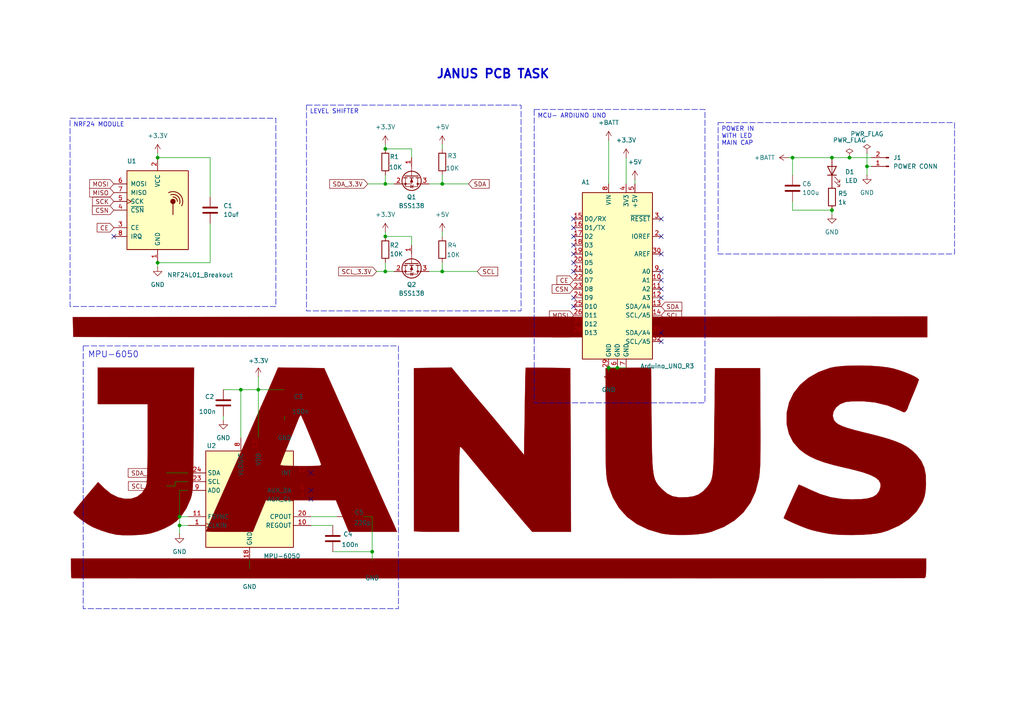
<source format=kicad_sch>
(kicad_sch
	(version 20231120)
	(generator "eeschema")
	(generator_version "8.0")
	(uuid "92137e34-f414-40e2-a0eb-c4219519b404")
	(paper "A4")
	(title_block
		(title "Janus PCB Task ")
		(date "2024-09-05")
		(rev "V1")
		(comment 1 "Understand the Schmatics")
		(comment 2 "All the components are assigned ")
	)
	(lib_symbols
		(symbol "Connector:Conn_01x02_Pin"
			(pin_names
				(offset 1.016) hide)
			(exclude_from_sim no)
			(in_bom yes)
			(on_board yes)
			(property "Reference" "J"
				(at 0 2.54 0)
				(effects
					(font
						(size 1.27 1.27)
					)
				)
			)
			(property "Value" "Conn_01x02_Pin"
				(at 0 -5.08 0)
				(effects
					(font
						(size 1.27 1.27)
					)
				)
			)
			(property "Footprint" ""
				(at 0 0 0)
				(effects
					(font
						(size 1.27 1.27)
					)
					(hide yes)
				)
			)
			(property "Datasheet" "~"
				(at 0 0 0)
				(effects
					(font
						(size 1.27 1.27)
					)
					(hide yes)
				)
			)
			(property "Description" "Generic connector, single row, 01x02, script generated"
				(at 0 0 0)
				(effects
					(font
						(size 1.27 1.27)
					)
					(hide yes)
				)
			)
			(property "ki_locked" ""
				(at 0 0 0)
				(effects
					(font
						(size 1.27 1.27)
					)
				)
			)
			(property "ki_keywords" "connector"
				(at 0 0 0)
				(effects
					(font
						(size 1.27 1.27)
					)
					(hide yes)
				)
			)
			(property "ki_fp_filters" "Connector*:*_1x??_*"
				(at 0 0 0)
				(effects
					(font
						(size 1.27 1.27)
					)
					(hide yes)
				)
			)
			(symbol "Conn_01x02_Pin_1_1"
				(polyline
					(pts
						(xy 1.27 -2.54) (xy 0.8636 -2.54)
					)
					(stroke
						(width 0.1524)
						(type default)
					)
					(fill
						(type none)
					)
				)
				(polyline
					(pts
						(xy 1.27 0) (xy 0.8636 0)
					)
					(stroke
						(width 0.1524)
						(type default)
					)
					(fill
						(type none)
					)
				)
				(rectangle
					(start 0.8636 -2.413)
					(end 0 -2.667)
					(stroke
						(width 0.1524)
						(type default)
					)
					(fill
						(type outline)
					)
				)
				(rectangle
					(start 0.8636 0.127)
					(end 0 -0.127)
					(stroke
						(width 0.1524)
						(type default)
					)
					(fill
						(type outline)
					)
				)
				(pin passive line
					(at 5.08 0 180)
					(length 3.81)
					(name "Pin_1"
						(effects
							(font
								(size 1.27 1.27)
							)
						)
					)
					(number "1"
						(effects
							(font
								(size 1.27 1.27)
							)
						)
					)
				)
				(pin passive line
					(at 5.08 -2.54 180)
					(length 3.81)
					(name "Pin_2"
						(effects
							(font
								(size 1.27 1.27)
							)
						)
					)
					(number "2"
						(effects
							(font
								(size 1.27 1.27)
							)
						)
					)
				)
			)
		)
		(symbol "Device:C"
			(pin_numbers hide)
			(pin_names
				(offset 0.254)
			)
			(exclude_from_sim no)
			(in_bom yes)
			(on_board yes)
			(property "Reference" "C"
				(at 0.635 2.54 0)
				(effects
					(font
						(size 1.27 1.27)
					)
					(justify left)
				)
			)
			(property "Value" "C"
				(at 0.635 -2.54 0)
				(effects
					(font
						(size 1.27 1.27)
					)
					(justify left)
				)
			)
			(property "Footprint" ""
				(at 0.9652 -3.81 0)
				(effects
					(font
						(size 1.27 1.27)
					)
					(hide yes)
				)
			)
			(property "Datasheet" "~"
				(at 0 0 0)
				(effects
					(font
						(size 1.27 1.27)
					)
					(hide yes)
				)
			)
			(property "Description" "Unpolarized capacitor"
				(at 0 0 0)
				(effects
					(font
						(size 1.27 1.27)
					)
					(hide yes)
				)
			)
			(property "ki_keywords" "cap capacitor"
				(at 0 0 0)
				(effects
					(font
						(size 1.27 1.27)
					)
					(hide yes)
				)
			)
			(property "ki_fp_filters" "C_*"
				(at 0 0 0)
				(effects
					(font
						(size 1.27 1.27)
					)
					(hide yes)
				)
			)
			(symbol "C_0_1"
				(polyline
					(pts
						(xy -2.032 -0.762) (xy 2.032 -0.762)
					)
					(stroke
						(width 0.508)
						(type default)
					)
					(fill
						(type none)
					)
				)
				(polyline
					(pts
						(xy -2.032 0.762) (xy 2.032 0.762)
					)
					(stroke
						(width 0.508)
						(type default)
					)
					(fill
						(type none)
					)
				)
			)
			(symbol "C_1_1"
				(pin passive line
					(at 0 3.81 270)
					(length 2.794)
					(name "~"
						(effects
							(font
								(size 1.27 1.27)
							)
						)
					)
					(number "1"
						(effects
							(font
								(size 1.27 1.27)
							)
						)
					)
				)
				(pin passive line
					(at 0 -3.81 90)
					(length 2.794)
					(name "~"
						(effects
							(font
								(size 1.27 1.27)
							)
						)
					)
					(number "2"
						(effects
							(font
								(size 1.27 1.27)
							)
						)
					)
				)
			)
		)
		(symbol "Device:LED"
			(pin_numbers hide)
			(pin_names
				(offset 1.016) hide)
			(exclude_from_sim no)
			(in_bom yes)
			(on_board yes)
			(property "Reference" "D"
				(at 0 2.54 0)
				(effects
					(font
						(size 1.27 1.27)
					)
				)
			)
			(property "Value" "LED"
				(at 0 -2.54 0)
				(effects
					(font
						(size 1.27 1.27)
					)
				)
			)
			(property "Footprint" ""
				(at 0 0 0)
				(effects
					(font
						(size 1.27 1.27)
					)
					(hide yes)
				)
			)
			(property "Datasheet" "~"
				(at 0 0 0)
				(effects
					(font
						(size 1.27 1.27)
					)
					(hide yes)
				)
			)
			(property "Description" "Light emitting diode"
				(at 0 0 0)
				(effects
					(font
						(size 1.27 1.27)
					)
					(hide yes)
				)
			)
			(property "ki_keywords" "LED diode"
				(at 0 0 0)
				(effects
					(font
						(size 1.27 1.27)
					)
					(hide yes)
				)
			)
			(property "ki_fp_filters" "LED* LED_SMD:* LED_THT:*"
				(at 0 0 0)
				(effects
					(font
						(size 1.27 1.27)
					)
					(hide yes)
				)
			)
			(symbol "LED_0_1"
				(polyline
					(pts
						(xy -1.27 -1.27) (xy -1.27 1.27)
					)
					(stroke
						(width 0.254)
						(type default)
					)
					(fill
						(type none)
					)
				)
				(polyline
					(pts
						(xy -1.27 0) (xy 1.27 0)
					)
					(stroke
						(width 0)
						(type default)
					)
					(fill
						(type none)
					)
				)
				(polyline
					(pts
						(xy 1.27 -1.27) (xy 1.27 1.27) (xy -1.27 0) (xy 1.27 -1.27)
					)
					(stroke
						(width 0.254)
						(type default)
					)
					(fill
						(type none)
					)
				)
				(polyline
					(pts
						(xy -3.048 -0.762) (xy -4.572 -2.286) (xy -3.81 -2.286) (xy -4.572 -2.286) (xy -4.572 -1.524)
					)
					(stroke
						(width 0)
						(type default)
					)
					(fill
						(type none)
					)
				)
				(polyline
					(pts
						(xy -1.778 -0.762) (xy -3.302 -2.286) (xy -2.54 -2.286) (xy -3.302 -2.286) (xy -3.302 -1.524)
					)
					(stroke
						(width 0)
						(type default)
					)
					(fill
						(type none)
					)
				)
			)
			(symbol "LED_1_1"
				(pin passive line
					(at -3.81 0 0)
					(length 2.54)
					(name "K"
						(effects
							(font
								(size 1.27 1.27)
							)
						)
					)
					(number "1"
						(effects
							(font
								(size 1.27 1.27)
							)
						)
					)
				)
				(pin passive line
					(at 3.81 0 180)
					(length 2.54)
					(name "A"
						(effects
							(font
								(size 1.27 1.27)
							)
						)
					)
					(number "2"
						(effects
							(font
								(size 1.27 1.27)
							)
						)
					)
				)
			)
		)
		(symbol "Device:R"
			(pin_numbers hide)
			(pin_names
				(offset 0)
			)
			(exclude_from_sim no)
			(in_bom yes)
			(on_board yes)
			(property "Reference" "R"
				(at 2.032 0 90)
				(effects
					(font
						(size 1.27 1.27)
					)
				)
			)
			(property "Value" "R"
				(at 0 0 90)
				(effects
					(font
						(size 1.27 1.27)
					)
				)
			)
			(property "Footprint" ""
				(at -1.778 0 90)
				(effects
					(font
						(size 1.27 1.27)
					)
					(hide yes)
				)
			)
			(property "Datasheet" "~"
				(at 0 0 0)
				(effects
					(font
						(size 1.27 1.27)
					)
					(hide yes)
				)
			)
			(property "Description" "Resistor"
				(at 0 0 0)
				(effects
					(font
						(size 1.27 1.27)
					)
					(hide yes)
				)
			)
			(property "ki_keywords" "R res resistor"
				(at 0 0 0)
				(effects
					(font
						(size 1.27 1.27)
					)
					(hide yes)
				)
			)
			(property "ki_fp_filters" "R_*"
				(at 0 0 0)
				(effects
					(font
						(size 1.27 1.27)
					)
					(hide yes)
				)
			)
			(symbol "R_0_1"
				(rectangle
					(start -1.016 -2.54)
					(end 1.016 2.54)
					(stroke
						(width 0.254)
						(type default)
					)
					(fill
						(type none)
					)
				)
			)
			(symbol "R_1_1"
				(pin passive line
					(at 0 3.81 270)
					(length 1.27)
					(name "~"
						(effects
							(font
								(size 1.27 1.27)
							)
						)
					)
					(number "1"
						(effects
							(font
								(size 1.27 1.27)
							)
						)
					)
				)
				(pin passive line
					(at 0 -3.81 90)
					(length 1.27)
					(name "~"
						(effects
							(font
								(size 1.27 1.27)
							)
						)
					)
					(number "2"
						(effects
							(font
								(size 1.27 1.27)
							)
						)
					)
				)
			)
		)
		(symbol "MCU_Module:Arduino_UNO_R3"
			(exclude_from_sim no)
			(in_bom yes)
			(on_board yes)
			(property "Reference" "A"
				(at -10.16 23.495 0)
				(effects
					(font
						(size 1.27 1.27)
					)
					(justify left bottom)
				)
			)
			(property "Value" "Arduino_UNO_R3"
				(at 5.08 -26.67 0)
				(effects
					(font
						(size 1.27 1.27)
					)
					(justify left top)
				)
			)
			(property "Footprint" "Module:Arduino_UNO_R3"
				(at 0 0 0)
				(effects
					(font
						(size 1.27 1.27)
						(italic yes)
					)
					(hide yes)
				)
			)
			(property "Datasheet" "https://www.arduino.cc/en/Main/arduinoBoardUno"
				(at 0 0 0)
				(effects
					(font
						(size 1.27 1.27)
					)
					(hide yes)
				)
			)
			(property "Description" "Arduino UNO Microcontroller Module, release 3"
				(at 0 0 0)
				(effects
					(font
						(size 1.27 1.27)
					)
					(hide yes)
				)
			)
			(property "ki_keywords" "Arduino UNO R3 Microcontroller Module Atmel AVR USB"
				(at 0 0 0)
				(effects
					(font
						(size 1.27 1.27)
					)
					(hide yes)
				)
			)
			(property "ki_fp_filters" "Arduino*UNO*R3*"
				(at 0 0 0)
				(effects
					(font
						(size 1.27 1.27)
					)
					(hide yes)
				)
			)
			(symbol "Arduino_UNO_R3_0_1"
				(rectangle
					(start -10.16 22.86)
					(end 10.16 -25.4)
					(stroke
						(width 0.254)
						(type default)
					)
					(fill
						(type background)
					)
				)
			)
			(symbol "Arduino_UNO_R3_1_1"
				(pin no_connect line
					(at -10.16 -20.32 0)
					(length 2.54) hide
					(name "NC"
						(effects
							(font
								(size 1.27 1.27)
							)
						)
					)
					(number "1"
						(effects
							(font
								(size 1.27 1.27)
							)
						)
					)
				)
				(pin bidirectional line
					(at 12.7 -2.54 180)
					(length 2.54)
					(name "A1"
						(effects
							(font
								(size 1.27 1.27)
							)
						)
					)
					(number "10"
						(effects
							(font
								(size 1.27 1.27)
							)
						)
					)
				)
				(pin bidirectional line
					(at 12.7 -5.08 180)
					(length 2.54)
					(name "A2"
						(effects
							(font
								(size 1.27 1.27)
							)
						)
					)
					(number "11"
						(effects
							(font
								(size 1.27 1.27)
							)
						)
					)
				)
				(pin bidirectional line
					(at 12.7 -7.62 180)
					(length 2.54)
					(name "A3"
						(effects
							(font
								(size 1.27 1.27)
							)
						)
					)
					(number "12"
						(effects
							(font
								(size 1.27 1.27)
							)
						)
					)
				)
				(pin bidirectional line
					(at 12.7 -10.16 180)
					(length 2.54)
					(name "SDA/A4"
						(effects
							(font
								(size 1.27 1.27)
							)
						)
					)
					(number "13"
						(effects
							(font
								(size 1.27 1.27)
							)
						)
					)
				)
				(pin bidirectional line
					(at 12.7 -12.7 180)
					(length 2.54)
					(name "SCL/A5"
						(effects
							(font
								(size 1.27 1.27)
							)
						)
					)
					(number "14"
						(effects
							(font
								(size 1.27 1.27)
							)
						)
					)
				)
				(pin bidirectional line
					(at -12.7 15.24 0)
					(length 2.54)
					(name "D0/RX"
						(effects
							(font
								(size 1.27 1.27)
							)
						)
					)
					(number "15"
						(effects
							(font
								(size 1.27 1.27)
							)
						)
					)
				)
				(pin bidirectional line
					(at -12.7 12.7 0)
					(length 2.54)
					(name "D1/TX"
						(effects
							(font
								(size 1.27 1.27)
							)
						)
					)
					(number "16"
						(effects
							(font
								(size 1.27 1.27)
							)
						)
					)
				)
				(pin bidirectional line
					(at -12.7 10.16 0)
					(length 2.54)
					(name "D2"
						(effects
							(font
								(size 1.27 1.27)
							)
						)
					)
					(number "17"
						(effects
							(font
								(size 1.27 1.27)
							)
						)
					)
				)
				(pin bidirectional line
					(at -12.7 7.62 0)
					(length 2.54)
					(name "D3"
						(effects
							(font
								(size 1.27 1.27)
							)
						)
					)
					(number "18"
						(effects
							(font
								(size 1.27 1.27)
							)
						)
					)
				)
				(pin bidirectional line
					(at -12.7 5.08 0)
					(length 2.54)
					(name "D4"
						(effects
							(font
								(size 1.27 1.27)
							)
						)
					)
					(number "19"
						(effects
							(font
								(size 1.27 1.27)
							)
						)
					)
				)
				(pin output line
					(at 12.7 10.16 180)
					(length 2.54)
					(name "IOREF"
						(effects
							(font
								(size 1.27 1.27)
							)
						)
					)
					(number "2"
						(effects
							(font
								(size 1.27 1.27)
							)
						)
					)
				)
				(pin bidirectional line
					(at -12.7 2.54 0)
					(length 2.54)
					(name "D5"
						(effects
							(font
								(size 1.27 1.27)
							)
						)
					)
					(number "20"
						(effects
							(font
								(size 1.27 1.27)
							)
						)
					)
				)
				(pin bidirectional line
					(at -12.7 0 0)
					(length 2.54)
					(name "D6"
						(effects
							(font
								(size 1.27 1.27)
							)
						)
					)
					(number "21"
						(effects
							(font
								(size 1.27 1.27)
							)
						)
					)
				)
				(pin bidirectional line
					(at -12.7 -2.54 0)
					(length 2.54)
					(name "D7"
						(effects
							(font
								(size 1.27 1.27)
							)
						)
					)
					(number "22"
						(effects
							(font
								(size 1.27 1.27)
							)
						)
					)
				)
				(pin bidirectional line
					(at -12.7 -5.08 0)
					(length 2.54)
					(name "D8"
						(effects
							(font
								(size 1.27 1.27)
							)
						)
					)
					(number "23"
						(effects
							(font
								(size 1.27 1.27)
							)
						)
					)
				)
				(pin bidirectional line
					(at -12.7 -7.62 0)
					(length 2.54)
					(name "D9"
						(effects
							(font
								(size 1.27 1.27)
							)
						)
					)
					(number "24"
						(effects
							(font
								(size 1.27 1.27)
							)
						)
					)
				)
				(pin bidirectional line
					(at -12.7 -10.16 0)
					(length 2.54)
					(name "D10"
						(effects
							(font
								(size 1.27 1.27)
							)
						)
					)
					(number "25"
						(effects
							(font
								(size 1.27 1.27)
							)
						)
					)
				)
				(pin bidirectional line
					(at -12.7 -12.7 0)
					(length 2.54)
					(name "D11"
						(effects
							(font
								(size 1.27 1.27)
							)
						)
					)
					(number "26"
						(effects
							(font
								(size 1.27 1.27)
							)
						)
					)
				)
				(pin bidirectional line
					(at -12.7 -15.24 0)
					(length 2.54)
					(name "D12"
						(effects
							(font
								(size 1.27 1.27)
							)
						)
					)
					(number "27"
						(effects
							(font
								(size 1.27 1.27)
							)
						)
					)
				)
				(pin bidirectional line
					(at -12.7 -17.78 0)
					(length 2.54)
					(name "D13"
						(effects
							(font
								(size 1.27 1.27)
							)
						)
					)
					(number "28"
						(effects
							(font
								(size 1.27 1.27)
							)
						)
					)
				)
				(pin power_in line
					(at -2.54 -27.94 90)
					(length 2.54)
					(name "GND"
						(effects
							(font
								(size 1.27 1.27)
							)
						)
					)
					(number "29"
						(effects
							(font
								(size 1.27 1.27)
							)
						)
					)
				)
				(pin input line
					(at 12.7 15.24 180)
					(length 2.54)
					(name "~{RESET}"
						(effects
							(font
								(size 1.27 1.27)
							)
						)
					)
					(number "3"
						(effects
							(font
								(size 1.27 1.27)
							)
						)
					)
				)
				(pin input line
					(at 12.7 5.08 180)
					(length 2.54)
					(name "AREF"
						(effects
							(font
								(size 1.27 1.27)
							)
						)
					)
					(number "30"
						(effects
							(font
								(size 1.27 1.27)
							)
						)
					)
				)
				(pin bidirectional line
					(at 12.7 -17.78 180)
					(length 2.54)
					(name "SDA/A4"
						(effects
							(font
								(size 1.27 1.27)
							)
						)
					)
					(number "31"
						(effects
							(font
								(size 1.27 1.27)
							)
						)
					)
				)
				(pin bidirectional line
					(at 12.7 -20.32 180)
					(length 2.54)
					(name "SCL/A5"
						(effects
							(font
								(size 1.27 1.27)
							)
						)
					)
					(number "32"
						(effects
							(font
								(size 1.27 1.27)
							)
						)
					)
				)
				(pin power_out line
					(at 2.54 25.4 270)
					(length 2.54)
					(name "3V3"
						(effects
							(font
								(size 1.27 1.27)
							)
						)
					)
					(number "4"
						(effects
							(font
								(size 1.27 1.27)
							)
						)
					)
				)
				(pin power_out line
					(at 5.08 25.4 270)
					(length 2.54)
					(name "+5V"
						(effects
							(font
								(size 1.27 1.27)
							)
						)
					)
					(number "5"
						(effects
							(font
								(size 1.27 1.27)
							)
						)
					)
				)
				(pin power_in line
					(at 0 -27.94 90)
					(length 2.54)
					(name "GND"
						(effects
							(font
								(size 1.27 1.27)
							)
						)
					)
					(number "6"
						(effects
							(font
								(size 1.27 1.27)
							)
						)
					)
				)
				(pin power_in line
					(at 2.54 -27.94 90)
					(length 2.54)
					(name "GND"
						(effects
							(font
								(size 1.27 1.27)
							)
						)
					)
					(number "7"
						(effects
							(font
								(size 1.27 1.27)
							)
						)
					)
				)
				(pin power_in line
					(at -2.54 25.4 270)
					(length 2.54)
					(name "VIN"
						(effects
							(font
								(size 1.27 1.27)
							)
						)
					)
					(number "8"
						(effects
							(font
								(size 1.27 1.27)
							)
						)
					)
				)
				(pin bidirectional line
					(at 12.7 0 180)
					(length 2.54)
					(name "A0"
						(effects
							(font
								(size 1.27 1.27)
							)
						)
					)
					(number "9"
						(effects
							(font
								(size 1.27 1.27)
							)
						)
					)
				)
			)
		)
		(symbol "RF:NRF24L01_Breakout"
			(pin_names
				(offset 1.016)
			)
			(exclude_from_sim no)
			(in_bom yes)
			(on_board yes)
			(property "Reference" "U"
				(at -8.89 12.7 0)
				(effects
					(font
						(size 1.27 1.27)
					)
					(justify left)
				)
			)
			(property "Value" "NRF24L01_Breakout"
				(at 3.81 12.7 0)
				(effects
					(font
						(size 1.27 1.27)
					)
					(justify left)
				)
			)
			(property "Footprint" "RF_Module:nRF24L01_Breakout"
				(at 3.81 15.24 0)
				(effects
					(font
						(size 1.27 1.27)
						(italic yes)
					)
					(justify left)
					(hide yes)
				)
			)
			(property "Datasheet" "http://www.nordicsemi.com/eng/content/download/2730/34105/file/nRF24L01_Product_Specification_v2_0.pdf"
				(at 0 -2.54 0)
				(effects
					(font
						(size 1.27 1.27)
					)
					(hide yes)
				)
			)
			(property "Description" "Ultra low power 2.4GHz RF Transceiver, Carrier PCB"
				(at 0 0 0)
				(effects
					(font
						(size 1.27 1.27)
					)
					(hide yes)
				)
			)
			(property "ki_keywords" "Low Power RF Transceiver breakout carrier"
				(at 0 0 0)
				(effects
					(font
						(size 1.27 1.27)
					)
					(hide yes)
				)
			)
			(property "ki_fp_filters" "nRF24L01*Breakout*"
				(at 0 0 0)
				(effects
					(font
						(size 1.27 1.27)
					)
					(hide yes)
				)
			)
			(symbol "NRF24L01_Breakout_0_1"
				(rectangle
					(start -8.89 11.43)
					(end 8.89 -11.43)
					(stroke
						(width 0.254)
						(type default)
					)
					(fill
						(type background)
					)
				)
				(polyline
					(pts
						(xy 4.445 1.905) (xy 4.445 -1.27)
					)
					(stroke
						(width 0.254)
						(type default)
					)
					(fill
						(type none)
					)
				)
				(circle
					(center 4.445 2.54)
					(radius 0.635)
					(stroke
						(width 0.254)
						(type default)
					)
					(fill
						(type outline)
					)
				)
				(arc
					(start 5.715 2.54)
					(mid 5.3521 3.4546)
					(end 4.445 3.81)
					(stroke
						(width 0.254)
						(type default)
					)
					(fill
						(type none)
					)
				)
				(arc
					(start 6.35 1.905)
					(mid 5.8763 3.9854)
					(end 3.81 4.445)
					(stroke
						(width 0.254)
						(type default)
					)
					(fill
						(type none)
					)
				)
				(arc
					(start 6.985 1.27)
					(mid 6.453 4.548)
					(end 3.175 5.08)
					(stroke
						(width 0.254)
						(type default)
					)
					(fill
						(type none)
					)
				)
			)
			(symbol "NRF24L01_Breakout_1_1"
				(pin power_in line
					(at 0 -15.24 90)
					(length 3.81)
					(name "GND"
						(effects
							(font
								(size 1.27 1.27)
							)
						)
					)
					(number "1"
						(effects
							(font
								(size 1.27 1.27)
							)
						)
					)
				)
				(pin power_in line
					(at 0 15.24 270)
					(length 3.81)
					(name "VCC"
						(effects
							(font
								(size 1.27 1.27)
							)
						)
					)
					(number "2"
						(effects
							(font
								(size 1.27 1.27)
							)
						)
					)
				)
				(pin input line
					(at -12.7 -5.08 0)
					(length 3.81)
					(name "CE"
						(effects
							(font
								(size 1.27 1.27)
							)
						)
					)
					(number "3"
						(effects
							(font
								(size 1.27 1.27)
							)
						)
					)
				)
				(pin input line
					(at -12.7 0 0)
					(length 3.81)
					(name "~{CSN}"
						(effects
							(font
								(size 1.27 1.27)
							)
						)
					)
					(number "4"
						(effects
							(font
								(size 1.27 1.27)
							)
						)
					)
				)
				(pin input clock
					(at -12.7 2.54 0)
					(length 3.81)
					(name "SCK"
						(effects
							(font
								(size 1.27 1.27)
							)
						)
					)
					(number "5"
						(effects
							(font
								(size 1.27 1.27)
							)
						)
					)
				)
				(pin input line
					(at -12.7 7.62 0)
					(length 3.81)
					(name "MOSI"
						(effects
							(font
								(size 1.27 1.27)
							)
						)
					)
					(number "6"
						(effects
							(font
								(size 1.27 1.27)
							)
						)
					)
				)
				(pin output line
					(at -12.7 5.08 0)
					(length 3.81)
					(name "MISO"
						(effects
							(font
								(size 1.27 1.27)
							)
						)
					)
					(number "7"
						(effects
							(font
								(size 1.27 1.27)
							)
						)
					)
				)
				(pin output line
					(at -12.7 -7.62 0)
					(length 3.81)
					(name "IRQ"
						(effects
							(font
								(size 1.27 1.27)
							)
						)
					)
					(number "8"
						(effects
							(font
								(size 1.27 1.27)
							)
						)
					)
				)
			)
		)
		(symbol "Sensor_Motion:MPU-6050"
			(exclude_from_sim no)
			(in_bom yes)
			(on_board yes)
			(property "Reference" "U"
				(at -11.43 13.97 0)
				(effects
					(font
						(size 1.27 1.27)
					)
				)
			)
			(property "Value" "MPU-6050"
				(at 7.62 -15.24 0)
				(effects
					(font
						(size 1.27 1.27)
					)
				)
			)
			(property "Footprint" "Sensor_Motion:InvenSense_QFN-24_4x4mm_P0.5mm"
				(at 0 -20.32 0)
				(effects
					(font
						(size 1.27 1.27)
					)
					(hide yes)
				)
			)
			(property "Datasheet" "https://invensense.tdk.com/wp-content/uploads/2015/02/MPU-6000-Datasheet1.pdf"
				(at 0 -3.81 0)
				(effects
					(font
						(size 1.27 1.27)
					)
					(hide yes)
				)
			)
			(property "Description" "InvenSense 6-Axis Motion Sensor, Gyroscope, Accelerometer, I2C"
				(at 0 0 0)
				(effects
					(font
						(size 1.27 1.27)
					)
					(hide yes)
				)
			)
			(property "ki_keywords" "mems"
				(at 0 0 0)
				(effects
					(font
						(size 1.27 1.27)
					)
					(hide yes)
				)
			)
			(property "ki_fp_filters" "*QFN*4x4mm*P0.5mm*"
				(at 0 0 0)
				(effects
					(font
						(size 1.27 1.27)
					)
					(hide yes)
				)
			)
			(symbol "MPU-6050_0_0"
				(text ""
					(at 12.7 -2.54 0)
					(effects
						(font
							(size 1.27 1.27)
						)
					)
				)
			)
			(symbol "MPU-6050_0_1"
				(rectangle
					(start -12.7 13.97)
					(end 12.7 -13.97)
					(stroke
						(width 0.254)
						(type default)
					)
					(fill
						(type background)
					)
				)
			)
			(symbol "MPU-6050_1_1"
				(pin input clock
					(at -17.78 -7.62 0)
					(length 5.08)
					(name "CLKIN"
						(effects
							(font
								(size 1.27 1.27)
							)
						)
					)
					(number "1"
						(effects
							(font
								(size 1.27 1.27)
							)
						)
					)
				)
				(pin passive line
					(at 17.78 -7.62 180)
					(length 5.08)
					(name "REGOUT"
						(effects
							(font
								(size 1.27 1.27)
							)
						)
					)
					(number "10"
						(effects
							(font
								(size 1.27 1.27)
							)
						)
					)
				)
				(pin input line
					(at -17.78 -5.08 0)
					(length 5.08)
					(name "FSYNC"
						(effects
							(font
								(size 1.27 1.27)
							)
						)
					)
					(number "11"
						(effects
							(font
								(size 1.27 1.27)
							)
						)
					)
				)
				(pin output line
					(at 17.78 7.62 180)
					(length 5.08)
					(name "INT"
						(effects
							(font
								(size 1.27 1.27)
							)
						)
					)
					(number "12"
						(effects
							(font
								(size 1.27 1.27)
							)
						)
					)
				)
				(pin power_in line
					(at 2.54 17.78 270)
					(length 3.81)
					(name "VDD"
						(effects
							(font
								(size 1.27 1.27)
							)
						)
					)
					(number "13"
						(effects
							(font
								(size 1.27 1.27)
							)
						)
					)
				)
				(pin no_connect line
					(at -12.7 -10.16 0)
					(length 2.54) hide
					(name "NC"
						(effects
							(font
								(size 1.27 1.27)
							)
						)
					)
					(number "14"
						(effects
							(font
								(size 1.27 1.27)
							)
						)
					)
				)
				(pin no_connect line
					(at 12.7 12.7 180)
					(length 2.54) hide
					(name "NC"
						(effects
							(font
								(size 1.27 1.27)
							)
						)
					)
					(number "15"
						(effects
							(font
								(size 1.27 1.27)
							)
						)
					)
				)
				(pin no_connect line
					(at 12.7 10.16 180)
					(length 2.54) hide
					(name "NC"
						(effects
							(font
								(size 1.27 1.27)
							)
						)
					)
					(number "16"
						(effects
							(font
								(size 1.27 1.27)
							)
						)
					)
				)
				(pin no_connect line
					(at 12.7 5.08 180)
					(length 2.54) hide
					(name "NC"
						(effects
							(font
								(size 1.27 1.27)
							)
						)
					)
					(number "17"
						(effects
							(font
								(size 1.27 1.27)
							)
						)
					)
				)
				(pin power_in line
					(at 0 -17.78 90)
					(length 3.81)
					(name "GND"
						(effects
							(font
								(size 1.27 1.27)
							)
						)
					)
					(number "18"
						(effects
							(font
								(size 1.27 1.27)
							)
						)
					)
				)
				(pin no_connect line
					(at 12.7 -10.16 180)
					(length 2.54) hide
					(name "RESV"
						(effects
							(font
								(size 1.27 1.27)
							)
						)
					)
					(number "19"
						(effects
							(font
								(size 1.27 1.27)
							)
						)
					)
				)
				(pin no_connect line
					(at -12.7 12.7 0)
					(length 2.54) hide
					(name "NC"
						(effects
							(font
								(size 1.27 1.27)
							)
						)
					)
					(number "2"
						(effects
							(font
								(size 1.27 1.27)
							)
						)
					)
				)
				(pin passive line
					(at 17.78 -5.08 180)
					(length 5.08)
					(name "CPOUT"
						(effects
							(font
								(size 1.27 1.27)
							)
						)
					)
					(number "20"
						(effects
							(font
								(size 1.27 1.27)
							)
						)
					)
				)
				(pin no_connect line
					(at 12.7 -2.54 180)
					(length 2.54) hide
					(name "RESV"
						(effects
							(font
								(size 1.27 1.27)
							)
						)
					)
					(number "21"
						(effects
							(font
								(size 1.27 1.27)
							)
						)
					)
				)
				(pin no_connect line
					(at 12.7 -12.7 180)
					(length 2.54) hide
					(name "RESV"
						(effects
							(font
								(size 1.27 1.27)
							)
						)
					)
					(number "22"
						(effects
							(font
								(size 1.27 1.27)
							)
						)
					)
				)
				(pin input line
					(at -17.78 5.08 0)
					(length 5.08)
					(name "SCL"
						(effects
							(font
								(size 1.27 1.27)
							)
						)
					)
					(number "23"
						(effects
							(font
								(size 1.27 1.27)
							)
						)
					)
				)
				(pin bidirectional line
					(at -17.78 7.62 0)
					(length 5.08)
					(name "SDA"
						(effects
							(font
								(size 1.27 1.27)
							)
						)
					)
					(number "24"
						(effects
							(font
								(size 1.27 1.27)
							)
						)
					)
				)
				(pin no_connect line
					(at -12.7 10.16 0)
					(length 2.54) hide
					(name "NC"
						(effects
							(font
								(size 1.27 1.27)
							)
						)
					)
					(number "3"
						(effects
							(font
								(size 1.27 1.27)
							)
						)
					)
				)
				(pin no_connect line
					(at -12.7 0 0)
					(length 2.54) hide
					(name "NC"
						(effects
							(font
								(size 1.27 1.27)
							)
						)
					)
					(number "4"
						(effects
							(font
								(size 1.27 1.27)
							)
						)
					)
				)
				(pin no_connect line
					(at -12.7 -2.54 0)
					(length 2.54) hide
					(name "NC"
						(effects
							(font
								(size 1.27 1.27)
							)
						)
					)
					(number "5"
						(effects
							(font
								(size 1.27 1.27)
							)
						)
					)
				)
				(pin bidirectional line
					(at 17.78 2.54 180)
					(length 5.08)
					(name "AUX_DA"
						(effects
							(font
								(size 1.27 1.27)
							)
						)
					)
					(number "6"
						(effects
							(font
								(size 1.27 1.27)
							)
						)
					)
				)
				(pin output clock
					(at 17.78 0 180)
					(length 5.08)
					(name "AUX_CL"
						(effects
							(font
								(size 1.27 1.27)
							)
						)
					)
					(number "7"
						(effects
							(font
								(size 1.27 1.27)
							)
						)
					)
				)
				(pin power_in line
					(at -2.54 17.78 270)
					(length 3.81)
					(name "VLOGIC"
						(effects
							(font
								(size 1.27 1.27)
							)
						)
					)
					(number "8"
						(effects
							(font
								(size 1.27 1.27)
							)
						)
					)
				)
				(pin input line
					(at -17.78 2.54 0)
					(length 5.08)
					(name "AD0"
						(effects
							(font
								(size 1.27 1.27)
							)
						)
					)
					(number "9"
						(effects
							(font
								(size 1.27 1.27)
							)
						)
					)
				)
			)
		)
		(symbol "Transistor_FET:BSS138"
			(pin_names hide)
			(exclude_from_sim no)
			(in_bom yes)
			(on_board yes)
			(property "Reference" "Q"
				(at 5.08 1.905 0)
				(effects
					(font
						(size 1.27 1.27)
					)
					(justify left)
				)
			)
			(property "Value" "BSS138"
				(at 5.08 0 0)
				(effects
					(font
						(size 1.27 1.27)
					)
					(justify left)
				)
			)
			(property "Footprint" "Package_TO_SOT_SMD:SOT-23"
				(at 5.08 -1.905 0)
				(effects
					(font
						(size 1.27 1.27)
						(italic yes)
					)
					(justify left)
					(hide yes)
				)
			)
			(property "Datasheet" "https://www.onsemi.com/pub/Collateral/BSS138-D.PDF"
				(at 5.08 -3.81 0)
				(effects
					(font
						(size 1.27 1.27)
					)
					(justify left)
					(hide yes)
				)
			)
			(property "Description" "50V Vds, 0.22A Id, N-Channel MOSFET, SOT-23"
				(at 0 0 0)
				(effects
					(font
						(size 1.27 1.27)
					)
					(hide yes)
				)
			)
			(property "ki_keywords" "N-Channel MOSFET"
				(at 0 0 0)
				(effects
					(font
						(size 1.27 1.27)
					)
					(hide yes)
				)
			)
			(property "ki_fp_filters" "SOT?23*"
				(at 0 0 0)
				(effects
					(font
						(size 1.27 1.27)
					)
					(hide yes)
				)
			)
			(symbol "BSS138_0_1"
				(polyline
					(pts
						(xy 0.254 0) (xy -2.54 0)
					)
					(stroke
						(width 0)
						(type default)
					)
					(fill
						(type none)
					)
				)
				(polyline
					(pts
						(xy 0.254 1.905) (xy 0.254 -1.905)
					)
					(stroke
						(width 0.254)
						(type default)
					)
					(fill
						(type none)
					)
				)
				(polyline
					(pts
						(xy 0.762 -1.27) (xy 0.762 -2.286)
					)
					(stroke
						(width 0.254)
						(type default)
					)
					(fill
						(type none)
					)
				)
				(polyline
					(pts
						(xy 0.762 0.508) (xy 0.762 -0.508)
					)
					(stroke
						(width 0.254)
						(type default)
					)
					(fill
						(type none)
					)
				)
				(polyline
					(pts
						(xy 0.762 2.286) (xy 0.762 1.27)
					)
					(stroke
						(width 0.254)
						(type default)
					)
					(fill
						(type none)
					)
				)
				(polyline
					(pts
						(xy 2.54 2.54) (xy 2.54 1.778)
					)
					(stroke
						(width 0)
						(type default)
					)
					(fill
						(type none)
					)
				)
				(polyline
					(pts
						(xy 2.54 -2.54) (xy 2.54 0) (xy 0.762 0)
					)
					(stroke
						(width 0)
						(type default)
					)
					(fill
						(type none)
					)
				)
				(polyline
					(pts
						(xy 0.762 -1.778) (xy 3.302 -1.778) (xy 3.302 1.778) (xy 0.762 1.778)
					)
					(stroke
						(width 0)
						(type default)
					)
					(fill
						(type none)
					)
				)
				(polyline
					(pts
						(xy 1.016 0) (xy 2.032 0.381) (xy 2.032 -0.381) (xy 1.016 0)
					)
					(stroke
						(width 0)
						(type default)
					)
					(fill
						(type outline)
					)
				)
				(polyline
					(pts
						(xy 2.794 0.508) (xy 2.921 0.381) (xy 3.683 0.381) (xy 3.81 0.254)
					)
					(stroke
						(width 0)
						(type default)
					)
					(fill
						(type none)
					)
				)
				(polyline
					(pts
						(xy 3.302 0.381) (xy 2.921 -0.254) (xy 3.683 -0.254) (xy 3.302 0.381)
					)
					(stroke
						(width 0)
						(type default)
					)
					(fill
						(type none)
					)
				)
				(circle
					(center 1.651 0)
					(radius 2.794)
					(stroke
						(width 0.254)
						(type default)
					)
					(fill
						(type none)
					)
				)
				(circle
					(center 2.54 -1.778)
					(radius 0.254)
					(stroke
						(width 0)
						(type default)
					)
					(fill
						(type outline)
					)
				)
				(circle
					(center 2.54 1.778)
					(radius 0.254)
					(stroke
						(width 0)
						(type default)
					)
					(fill
						(type outline)
					)
				)
			)
			(symbol "BSS138_1_1"
				(pin input line
					(at -5.08 0 0)
					(length 2.54)
					(name "G"
						(effects
							(font
								(size 1.27 1.27)
							)
						)
					)
					(number "1"
						(effects
							(font
								(size 1.27 1.27)
							)
						)
					)
				)
				(pin passive line
					(at 2.54 -5.08 90)
					(length 2.54)
					(name "S"
						(effects
							(font
								(size 1.27 1.27)
							)
						)
					)
					(number "2"
						(effects
							(font
								(size 1.27 1.27)
							)
						)
					)
				)
				(pin passive line
					(at 2.54 5.08 270)
					(length 2.54)
					(name "D"
						(effects
							(font
								(size 1.27 1.27)
							)
						)
					)
					(number "3"
						(effects
							(font
								(size 1.27 1.27)
							)
						)
					)
				)
			)
		)
		(symbol "janus-logo:LOGO"
			(pin_names
				(offset 1.016)
			)
			(exclude_from_sim no)
			(in_bom yes)
			(on_board yes)
			(property "Reference" "#G"
				(at 0 43.815 0)
				(effects
					(font
						(size 1.27 1.27)
					)
					(hide yes)
				)
			)
			(property "Value" "LOGO"
				(at 0 -43.815 0)
				(effects
					(font
						(size 1.27 1.27)
					)
					(hide yes)
				)
			)
			(property "Footprint" ""
				(at 0 0 0)
				(effects
					(font
						(size 1.27 1.27)
					)
					(hide yes)
				)
			)
			(property "Datasheet" ""
				(at 0 0 0)
				(effects
					(font
						(size 1.27 1.27)
					)
					(hide yes)
				)
			)
			(property "Description" ""
				(at 0 0 0)
				(effects
					(font
						(size 1.27 1.27)
					)
					(hide yes)
				)
			)
			(symbol "LOGO_0_0"
				(polyline
					(pts
						(xy 124.1778 34.7492) (xy 124.1778 37.7483) (xy 0.2646 37.6596) (xy -123.6486 37.5709) (xy -123.586 34.7487)
						(xy -123.5772 34.3631) (xy -123.5452 33.106) (xy -123.5169 32.2064) (xy -123.4978 31.8382) (xy -123.2903 31.8331)
						(xy -122.4153 31.8266) (xy -120.8794 31.8202) (xy -118.7076 31.814) (xy -115.9254 31.808) (xy -112.5577 31.8021)
						(xy -108.63 31.7965) (xy -104.1674 31.7911) (xy -99.195 31.7859) (xy -93.7383 31.7811) (xy -87.8222 31.7765)
						(xy -81.4722 31.7722) (xy -74.7133 31.7682) (xy -67.5708 31.7646) (xy -60.0699 31.7613) (xy -52.2359 31.7584)
						(xy -44.0939 31.756) (xy -35.6691 31.7539) (xy -26.9869 31.7522) (xy -18.0724 31.751) (xy -8.9507 31.7503)
						(xy 0.3528 31.75) (xy 124.1778 31.75) (xy 124.1778 34.7492)
					)
					(stroke
						(width 0.01)
						(type default)
					)
					(fill
						(type outline)
					)
				)
				(polyline
					(pts
						(xy -25.1227 -38.1936) (xy -17.0463 -38.1929) (xy -8.8939 -38.1918) (xy -0.696 -38.1904) (xy 7.5172 -38.1886)
						(xy 15.7152 -38.1865) (xy 23.8678 -38.184) (xy 31.9447 -38.1813) (xy 39.9155 -38.1781) (xy 47.7499 -38.1747)
						(xy 55.4175 -38.1709) (xy 62.888 -38.1668) (xy 70.1312 -38.1623) (xy 77.1166 -38.1576) (xy 83.814 -38.1525)
						(xy 90.193 -38.1471) (xy 96.2234 -38.1414) (xy 101.8746 -38.1354) (xy 107.1165 -38.1292) (xy 111.9188 -38.1226)
						(xy 116.251 -38.1157) (xy 120.0828 -38.1085) (xy 123.384 -38.1011) (xy 123.449 -38.0884) (xy 123.6657 -37.7284)
						(xy 123.7871 -36.8165) (xy 123.825 -35.2777) (xy 123.825 -32.4555) (xy -0.1764 -32.4555) (xy -124.1778 -32.4555)
						(xy -124.1778 -35.2189) (xy -124.1768 -35.5436) (xy -124.1518 -36.8095) (xy -124.1001 -37.7317)
						(xy -124.0308 -38.1293) (xy -123.8225 -38.1348) (xy -122.95 -38.1415) (xy -121.4255 -38.1478)
						(xy -119.2791 -38.1536) (xy -116.5413 -38.1591) (xy -113.2424 -38.1642) (xy -109.4127 -38.1688)
						(xy -105.0825 -38.173) (xy -100.2821 -38.1769) (xy -95.042 -38.1803) (xy -89.3923 -38.1833) (xy -83.3635 -38.186)
						(xy -76.9859 -38.1883) (xy -70.2898 -38.1901) (xy -63.3055 -38.1916) (xy -56.0633 -38.1928) (xy -48.5936 -38.1935)
						(xy -40.9267 -38.1939) (xy -33.093 -38.1939) (xy -25.1227 -38.1936)
					)
					(stroke
						(width 0.01)
						(type default)
					)
					(fill
						(type outline)
					)
				)
				(polyline
					(pts
						(xy -104.999 -25.621) (xy -103.0696 -25.4695) (xy -101.5565 -25.2452) (xy -101.1498 -25.1527)
						(xy -99.0515 -24.5121) (xy -96.9364 -23.6365) (xy -95.0434 -22.6351) (xy -93.6112 -21.6167) (xy -92.3238 -20.281)
						(xy -90.7177 -17.9115) (xy -89.5248 -15.1994) (xy -89.3603 -14.6915) (xy -89.2114 -14.1549) (xy -89.0876 -13.5618)
						(xy -88.9859 -12.8473) (xy -88.9036 -11.9465) (xy -88.8377 -10.7945) (xy -88.7854 -9.3265) (xy -88.7437 -7.4774)
						(xy -88.7098 -5.1824) (xy -88.6808 -2.3766) (xy -88.6539 1.0049) (xy -88.626 5.0271) (xy -88.506 22.9306)
						(xy -102.4614 22.9306) (xy -116.4167 22.9306) (xy -116.4167 17.6389) (xy -116.4167 12.3473) (xy -109.1847 12.3473)
						(xy -101.9528 12.3473) (xy -101.9528 1.111) (xy -101.9546 -0.3526) (xy -101.9788 -3.9368) (xy -102.031 -6.8295)
						(xy -102.1111 -9.0272) (xy -102.2189 -10.5266) (xy -102.3544 -11.3244) (xy -102.5855 -11.9169)
						(xy -103.6211 -13.4811) (xy -105.0379 -14.5468) (xy -106.7397 -15.1073) (xy -108.63 -15.1558)
						(xy -110.6125 -14.6858) (xy -112.5908 -13.6905) (xy -114.4686 -12.1633) (xy -116.3237 -10.3082)
						(xy -118.4567 -12.827) (xy -118.979 -13.4445) (xy -120.676 -15.4656) (xy -121.944 -17.0045) (xy -122.8129 -18.0984)
						(xy -123.3124 -18.7846) (xy -123.4722 -19.1002) (xy -123.2037 -19.5268) (xy -122.4766 -20.2135)
						(xy -121.4381 -21.0446) (xy -120.2358 -21.9087) (xy -119.0168 -22.6943) (xy -117.9287 -23.29)
						(xy -117.4923 -23.4914) (xy -115.3555 -24.3413) (xy -113.1156 -25.0522) (xy -111.125 -25.5094)
						(xy -110.7107 -25.567) (xy -109.0771 -25.6769) (xy -107.0874 -25.6925) (xy -104.999 -25.621)
					)
					(stroke
						(width 0.01)
						(type default)
					)
					(fill
						(type outline)
					)
				)
				(polyline
					(pts
						(xy -11.6417 -12.3472) (xy -11.6352 -9.8258) (xy -11.6132 -7.1561) (xy -11.5775 -4.7928) (xy -11.53 -2.8157)
						(xy -11.4727 -1.3046) (xy -11.4076 -0.3394) (xy -11.3366 0) (xy -11.0397 -0.1943) (xy -10.4249 -0.8127)
						(xy -9.6609 -1.7078) (xy -9.4934 -1.9154) (xy -8.6725 -2.9191) (xy -7.4936 -4.3482) (xy -6.03 -6.1146)
						(xy -4.3552 -8.1303) (xy -2.5428 -10.3072) (xy -0.6662 -12.5573) (xy 1.2012 -14.7927) (xy 2.9859 -16.9252)
						(xy 4.6145 -18.8668) (xy 6.0134 -20.5294) (xy 7.1092 -21.8252) (xy 7.8285 -22.6659) (xy 9.588 -24.6944)
						(xy 15.2034 -24.6944) (xy 20.8188 -24.6944) (xy 20.7282 -0.9701) (xy 20.6375 22.7542) (xy 14.1993 22.8504)
						(xy 12.2319 22.8751) (xy 10.4306 22.8883) (xy 8.9981 22.8886) (xy 8.0467 22.8759) (xy 7.6885 22.8504)
						(xy 7.6682 22.5305) (xy 7.6386 21.5799) (xy 7.6023 20.0785) (xy 7.561 18.106) (xy 7.5164 15.7424)
						(xy 7.4701 13.0674) (xy 7.4239 10.1609) (xy 7.2319 -2.4324) (xy 2.1167 3.7918) (xy 1.5395 4.4932)
						(xy -0.0322 6.3959) (xy -1.5217 8.1888) (xy -2.8379 9.7629) (xy -3.8898 11.0091) (xy -4.5861 11.8182)
						(xy -4.9945 12.2887) (xy -5.9756 13.4427) (xy -7.2155 14.9204) (xy -8.5963 16.5811) (xy -10.0003 18.2843)
						(xy -13.8269 22.9482) (xy -19.2687 22.8512) (xy -24.7105 22.7542) (xy -24.7063 -0.7937) (xy -24.7059 -2.7609)
						(xy -24.7051 -6.6772) (xy -24.7043 -10.3549) (xy -24.7034 -13.7358) (xy -24.7025 -16.7615) (xy -24.7015 -19.3736)
						(xy -24.7006 -21.5137) (xy -24.6998 -23.1234) (xy -24.699 -24.1443) (xy -24.6983 -24.518) (xy -24.3644 -24.5735)
						(xy -23.4345 -24.6219) (xy -22.0186 -24.6602) (xy -20.2265 -24.6854) (xy -18.1681 -24.6944) (xy -11.6417 -24.6944)
						(xy -11.6417 -12.3472)
					)
					(stroke
						(width 0.01)
						(type default)
					)
					(fill
						(type outline)
					)
				)
				(polyline
					(pts
						(xy 54.2882 -25.6034) (xy 56.8034 -25.4719) (xy 59.0663 -25.2265) (xy 60.8542 -24.8722) (xy 61.5392 -24.6742)
						(xy 65.1751 -23.2619) (xy 68.2771 -21.3894) (xy 70.8433 -19.0587) (xy 72.8718 -16.2718) (xy 74.3608 -13.0307)
						(xy 75.3083 -9.3373) (xy 75.3847 -8.8637) (xy 75.5126 -7.8541) (xy 75.6135 -6.6727) (xy 75.6895 -5.2432)
						(xy 75.7424 -3.4895) (xy 75.7742 -1.3352) (xy 75.787 1.2959) (xy 75.7826 4.4799) (xy 75.7631 8.2931)
						(xy 75.6708 22.7542) (xy 69.1444 22.7542) (xy 62.6181 22.7542) (xy 62.4258 7.4084) (xy 62.3791 3.7759)
						(xy 62.3294 0.4821) (xy 62.2721 -2.2368) (xy 62.199 -4.4486) (xy 62.1019 -6.2209) (xy 61.9723 -7.6216)
						(xy 61.8021 -8.7182) (xy 61.5829 -9.5787) (xy 61.3066 -10.2706) (xy 60.9647 -10.8617) (xy 60.549 -11.4197)
						(xy 60.0513 -12.0125) (xy 59.1398 -12.9695) (xy 57.8657 -13.8799) (xy 56.3582 -14.4219) (xy 54.3895 -14.7036)
						(xy 52.1374 -14.7455) (xy 50.2834 -14.4065) (xy 48.6989 -13.6232) (xy 47.2043 -12.3365) (xy 47.2023 -12.3344)
						(xy 46.5528 -11.6497) (xy 46.0092 -11.0077) (xy 45.5616 -10.3401) (xy 45.1997 -9.5792) (xy 44.9135 -8.6568)
						(xy 44.6929 -7.5049) (xy 44.5278 -6.0556) (xy 44.4081 -4.2408) (xy 44.3237 -1.9925) (xy 44.2646 0.7573)
						(xy 44.2205 4.0766) (xy 44.1816 8.0334) (xy 44.0434 22.946) (xy 37.4557 22.8501) (xy 30.8681 22.7542)
						(xy 30.8736 7.232) (xy 30.874 6.3473) (xy 30.8787 2.7171) (xy 30.89 -0.2952) (xy 30.9106 -2.7612)
						(xy 30.9432 -4.7527) (xy 30.9903 -6.3416) (xy 31.0546 -7.5997) (xy 31.1388 -8.5988) (xy 31.2456 -9.4106)
						(xy 31.3775 -10.107) (xy 31.5372 -10.7597) (xy 31.6699 -11.2399) (xy 32.9951 -14.7859) (xy 34.8014 -17.8265)
						(xy 37.1029 -20.3746) (xy 39.9135 -22.443) (xy 43.2469 -24.0446) (xy 47.1172 -25.1924) (xy 47.4569 -25.2617)
						(xy 49.3921 -25.5034) (xy 51.7435 -25.6156) (xy 54.2882 -25.6034)
					)
					(stroke
						(width 0.01)
						(type default)
					)
					(fill
						(type outline)
					)
				)
				(polyline
					(pts
						(xy -29.9578 -23.9006) (xy -29.9769 -23.8522) (xy -30.2708 -23.1651) (xy -30.7843 -22.0067) (xy -31.4509 -20.5264)
						(xy -32.2038 -18.8736) (xy -33.0173 -17.0868) (xy -33.8323 -15.277) (xy -34.5405 -13.6856) (xy -35.0473 -12.5236)
						(xy -35.0934 -12.4165) (xy -35.4717 -11.5508) (xy -36.0995 -10.127) (xy -36.9452 -8.2158) (xy -37.9775 -5.888)
						(xy -39.165 -3.2143) (xy -40.4762 -0.2657) (xy -41.8798 2.8872) (xy -43.3443 6.1737) (xy -50.7368 22.7542)
						(xy -57.4261 22.8499) (xy -64.1154 22.9455) (xy -65.4403 19.8513) (xy -65.7568 19.1162) (xy -66.5952 17.1931)
						(xy -67.5103 15.1185) (xy -68.3539 13.2292) (xy -68.9793 11.8335) (xy -69.9172 9.724) (xy -70.8985 7.5026)
						(xy -71.7911 5.4681) (xy -72.1793 4.5824) (xy -73.0005 2.7195) (xy -74.0025 0.4563) (xy -75.1186 -2.057)
						(xy -76.282 -4.6698) (xy -76.5824 -5.3426) (xy -63.5 -5.3426) (xy -63.5 -5.3415) (xy -63.3699 -4.9269)
						(xy -63.0135 -3.9685) (xy -62.4725 -2.5737) (xy -61.7885 -0.8499) (xy -61.0032 1.0956) (xy -60.2312 2.9969)
						(xy -59.4835 4.8466) (xy -58.8537 6.4129) (xy -58.3915 7.5725) (xy -58.1464 8.2021) (xy -57.8223 8.8798)
						(xy -57.5325 9.1723) (xy -57.5156 9.1602) (xy -57.286 8.7347) (xy -56.8502 7.7773) (xy -56.2515 6.3926)
						(xy -55.5331 4.6853) (xy -54.7384 2.7601) (xy -53.9106 0.7216) (xy -53.0929 -1.3256) (xy -52.3287 -3.2767)
						(xy -51.6612 -5.027) (xy -51.6209 -5.1782) (xy -51.6864 -5.362) (xy -51.9909 -5.4901) (xy -52.6277 -5.5725)
						(xy -53.6901 -5.6191) (xy -55.2715 -5.6397) (xy -57.465 -5.6444) (xy -59.0738 -5.6334) (xy -60.839 -5.5925)
						(xy -62.2412 -5.5266) (xy -63.1663 -5.4414) (xy -63.5 -5.3426) (xy -76.5824 -5.3426) (xy -77.426 -7.2319)
						(xy -78.4631 -9.5551) (xy -79.7443 -12.4369) (xy -80.9562 -15.1751) (xy -82.0674 -17.6983) (xy -83.0467 -19.9349)
						(xy -83.8629 -21.8136) (xy -84.4846 -23.2627) (xy -84.8805 -24.2108) (xy -85.0194 -24.5864) (xy -85.0161 -24.5898)
						(xy -84.618 -24.6228) (xy -83.6326 -24.6513) (xy -82.1674 -24.6737) (xy -80.3302 -24.6882) (xy -78.2285 -24.6931)
						(xy -71.4375 -24.6917) (xy -70.7586 -23.0174) (xy -70.6666 -22.791) (xy -70.1563 -21.5446) (xy -69.5192 -19.9978)
						(xy -68.8712 -18.4326) (xy -67.6628 -15.5222) (xy -57.5105 -15.5222) (xy -47.3583 -15.5222) (xy -45.4815 -20.1083)
						(xy -43.6047 -24.6944) (xy -36.6277 -24.6944) (xy -29.6508 -24.6944) (xy -29.9578 -23.9006)
					)
					(stroke
						(width 0.01)
						(type default)
					)
					(fill
						(type outline)
					)
				)
				(polyline
					(pts
						(xy 104.9401 -25.5656) (xy 107.3401 -25.4223) (xy 109.4039 -25.1991) (xy 110.9486 -24.9) (xy 112.7735 -24.3288)
						(xy 116.0404 -22.8837) (xy 118.8029 -21.0512) (xy 121.0139 -18.8659) (xy 122.6262 -16.3624) (xy 122.9178 -15.7325)
						(xy 123.3608 -14.4763) (xy 123.6203 -13.0883) (xy 123.7598 -11.2827) (xy 123.7798 -10.7789) (xy 123.7072 -8.2002)
						(xy 123.2796 -6.0729) (xy 122.4495 -4.2372) (xy 121.1698 -2.5335) (xy 120.87 -2.208) (xy 119.7057 -1.1016)
						(xy 118.4051 -0.1415) (xy 116.8746 0.7137) (xy 115.0205 1.5054) (xy 112.7491 2.2749) (xy 109.9669 3.0637)
						(xy 106.5801 3.9131) (xy 105.5878 4.1538) (xy 103.0063 4.8142) (xy 101.0083 5.3937) (xy 99.5103 5.9248)
						(xy 98.4287 6.4397) (xy 97.6799 6.9707) (xy 97.1805 7.5502) (xy 97.0755 7.7238) (xy 96.7395 8.9666)
						(xy 96.9911 10.2435) (xy 97.7495 11.4218) (xy 98.934 12.3684) (xy 100.4639 12.9506) (xy 100.8737 13.015)
						(xy 102.0773 13.1148) (xy 103.6318 13.1737) (xy 105.3042 13.1806) (xy 108.9234 12.8488) (xy 112.7078 11.9339)
						(xy 116.2159 10.5029) (xy 116.702 10.26) (xy 117.3587 10.0006) (xy 117.7369 10.0616) (xy 118.068 10.4347)
						(xy 118.3459 10.8683) (xy 118.5333 11.3406) (xy 118.6417 11.6919) (xy 118.979 12.5709) (xy 119.4907 13.8294)
						(xy 120.1208 15.3269) (xy 120.691 16.6868) (xy 121.2186 18.0016) (xy 121.5765 18.9604) (xy 121.7083 19.4181)
						(xy 121.7083 19.4196) (xy 121.3889 19.798) (xy 120.5262 20.317) (xy 119.2529 20.9187) (xy 117.7022 21.5452)
						(xy 116.0069 22.1388) (xy 114.3 22.6416) (xy 112.7372 22.9576) (xy 110.4817 23.234) (xy 107.8972 23.4161)
						(xy 105.1548 23.5019) (xy 102.4257 23.4896) (xy 99.8808 23.3772) (xy 97.6914 23.1629) (xy 96.0284 22.8448)
						(xy 92.6502 21.6232) (xy 89.715 19.9601) (xy 87.2883 17.9093) (xy 85.4058 15.5161) (xy 84.1033 12.8261)
						(xy 83.4164 9.8847) (xy 83.3809 6.7374) (xy 83.4061 6.4927) (xy 84.044 3.7451) (xy 85.2791 1.3081)
						(xy 87.0677 -0.7297) (xy 88.3616 -1.7615) (xy 90.0213 -2.7994) (xy 91.964 -3.7179) (xy 94.2948 -4.5593)
						(xy 97.119 -5.3664) (xy 100.5417 -6.1817) (xy 102.7304 -6.6909) (xy 105.4836 -7.4363) (xy 107.6044 -8.1782)
						(xy 109.1356 -8.9464) (xy 110.12 -9.7703) (xy 110.6005 -10.6796) (xy 110.6199 -11.704) (xy 110.221 -12.873)
						(xy 110.1553 -13.0051) (xy 109.4591 -13.9219) (xy 108.4104 -14.5862) (xy 106.9248 -15.0241) (xy 104.9179 -15.2618)
						(xy 102.3056 -15.3254) (xy 99.2971 -15.1867) (xy 96.1333 -14.6839) (xy 93.0562 -13.754) (xy 89.8033 -12.3341)
						(xy 89.2114 -12.0464) (xy 88.0576 -11.5074) (xy 87.2374 -11.1554) (xy 86.8992 -11.0554) (xy 86.8811 -11.0818)
						(xy 86.6433 -11.5542) (xy 86.1978 -12.5001) (xy 85.6076 -13.7802) (xy 84.9355 -15.2552) (xy 84.2445 -16.7859)
						(xy 83.5975 -18.2331) (xy 83.0575 -19.4574) (xy 82.6874 -20.3197) (xy 82.55 -20.6807) (xy 82.5737 -20.7267)
						(xy 83.0319 -21.0345) (xy 83.9615 -21.5102) (xy 85.2143 -22.0892) (xy 86.6419 -22.7067) (xy 88.0961 -23.2981)
						(xy 89.4287 -23.7987) (xy 90.4914 -24.144) (xy 90.5124 -24.1498) (xy 91.9625 -24.5142) (xy 93.7261 -24.9014)
						(xy 95.4264 -25.2285) (xy 95.6338 -25.2631) (xy 97.5506 -25.4778) (xy 99.8625 -25.5973) (xy 102.3866 -25.6253)
						(xy 104.9401 -25.5656)
					)
					(stroke
						(width 0.01)
						(type default)
					)
					(fill
						(type outline)
					)
				)
			)
		)
		(symbol "power:+3.3V"
			(power)
			(pin_numbers hide)
			(pin_names
				(offset 0) hide)
			(exclude_from_sim no)
			(in_bom yes)
			(on_board yes)
			(property "Reference" "#PWR"
				(at 0 -3.81 0)
				(effects
					(font
						(size 1.27 1.27)
					)
					(hide yes)
				)
			)
			(property "Value" "+3.3V"
				(at 0 3.556 0)
				(effects
					(font
						(size 1.27 1.27)
					)
				)
			)
			(property "Footprint" ""
				(at 0 0 0)
				(effects
					(font
						(size 1.27 1.27)
					)
					(hide yes)
				)
			)
			(property "Datasheet" ""
				(at 0 0 0)
				(effects
					(font
						(size 1.27 1.27)
					)
					(hide yes)
				)
			)
			(property "Description" "Power symbol creates a global label with name \"+3.3V\""
				(at 0 0 0)
				(effects
					(font
						(size 1.27 1.27)
					)
					(hide yes)
				)
			)
			(property "ki_keywords" "global power"
				(at 0 0 0)
				(effects
					(font
						(size 1.27 1.27)
					)
					(hide yes)
				)
			)
			(symbol "+3.3V_0_1"
				(polyline
					(pts
						(xy -0.762 1.27) (xy 0 2.54)
					)
					(stroke
						(width 0)
						(type default)
					)
					(fill
						(type none)
					)
				)
				(polyline
					(pts
						(xy 0 0) (xy 0 2.54)
					)
					(stroke
						(width 0)
						(type default)
					)
					(fill
						(type none)
					)
				)
				(polyline
					(pts
						(xy 0 2.54) (xy 0.762 1.27)
					)
					(stroke
						(width 0)
						(type default)
					)
					(fill
						(type none)
					)
				)
			)
			(symbol "+3.3V_1_1"
				(pin power_in line
					(at 0 0 90)
					(length 0)
					(name "~"
						(effects
							(font
								(size 1.27 1.27)
							)
						)
					)
					(number "1"
						(effects
							(font
								(size 1.27 1.27)
							)
						)
					)
				)
			)
		)
		(symbol "power:+5V"
			(power)
			(pin_numbers hide)
			(pin_names
				(offset 0) hide)
			(exclude_from_sim no)
			(in_bom yes)
			(on_board yes)
			(property "Reference" "#PWR"
				(at 0 -3.81 0)
				(effects
					(font
						(size 1.27 1.27)
					)
					(hide yes)
				)
			)
			(property "Value" "+5V"
				(at 0 3.556 0)
				(effects
					(font
						(size 1.27 1.27)
					)
				)
			)
			(property "Footprint" ""
				(at 0 0 0)
				(effects
					(font
						(size 1.27 1.27)
					)
					(hide yes)
				)
			)
			(property "Datasheet" ""
				(at 0 0 0)
				(effects
					(font
						(size 1.27 1.27)
					)
					(hide yes)
				)
			)
			(property "Description" "Power symbol creates a global label with name \"+5V\""
				(at 0 0 0)
				(effects
					(font
						(size 1.27 1.27)
					)
					(hide yes)
				)
			)
			(property "ki_keywords" "global power"
				(at 0 0 0)
				(effects
					(font
						(size 1.27 1.27)
					)
					(hide yes)
				)
			)
			(symbol "+5V_0_1"
				(polyline
					(pts
						(xy -0.762 1.27) (xy 0 2.54)
					)
					(stroke
						(width 0)
						(type default)
					)
					(fill
						(type none)
					)
				)
				(polyline
					(pts
						(xy 0 0) (xy 0 2.54)
					)
					(stroke
						(width 0)
						(type default)
					)
					(fill
						(type none)
					)
				)
				(polyline
					(pts
						(xy 0 2.54) (xy 0.762 1.27)
					)
					(stroke
						(width 0)
						(type default)
					)
					(fill
						(type none)
					)
				)
			)
			(symbol "+5V_1_1"
				(pin power_in line
					(at 0 0 90)
					(length 0)
					(name "~"
						(effects
							(font
								(size 1.27 1.27)
							)
						)
					)
					(number "1"
						(effects
							(font
								(size 1.27 1.27)
							)
						)
					)
				)
			)
		)
		(symbol "power:+BATT"
			(power)
			(pin_numbers hide)
			(pin_names
				(offset 0) hide)
			(exclude_from_sim no)
			(in_bom yes)
			(on_board yes)
			(property "Reference" "#PWR"
				(at 0 -3.81 0)
				(effects
					(font
						(size 1.27 1.27)
					)
					(hide yes)
				)
			)
			(property "Value" "+BATT"
				(at 0 3.556 0)
				(effects
					(font
						(size 1.27 1.27)
					)
				)
			)
			(property "Footprint" ""
				(at 0 0 0)
				(effects
					(font
						(size 1.27 1.27)
					)
					(hide yes)
				)
			)
			(property "Datasheet" ""
				(at 0 0 0)
				(effects
					(font
						(size 1.27 1.27)
					)
					(hide yes)
				)
			)
			(property "Description" "Power symbol creates a global label with name \"+BATT\""
				(at 0 0 0)
				(effects
					(font
						(size 1.27 1.27)
					)
					(hide yes)
				)
			)
			(property "ki_keywords" "global power battery"
				(at 0 0 0)
				(effects
					(font
						(size 1.27 1.27)
					)
					(hide yes)
				)
			)
			(symbol "+BATT_0_1"
				(polyline
					(pts
						(xy -0.762 1.27) (xy 0 2.54)
					)
					(stroke
						(width 0)
						(type default)
					)
					(fill
						(type none)
					)
				)
				(polyline
					(pts
						(xy 0 0) (xy 0 2.54)
					)
					(stroke
						(width 0)
						(type default)
					)
					(fill
						(type none)
					)
				)
				(polyline
					(pts
						(xy 0 2.54) (xy 0.762 1.27)
					)
					(stroke
						(width 0)
						(type default)
					)
					(fill
						(type none)
					)
				)
			)
			(symbol "+BATT_1_1"
				(pin power_in line
					(at 0 0 90)
					(length 0)
					(name "~"
						(effects
							(font
								(size 1.27 1.27)
							)
						)
					)
					(number "1"
						(effects
							(font
								(size 1.27 1.27)
							)
						)
					)
				)
			)
		)
		(symbol "power:GND"
			(power)
			(pin_numbers hide)
			(pin_names
				(offset 0) hide)
			(exclude_from_sim no)
			(in_bom yes)
			(on_board yes)
			(property "Reference" "#PWR"
				(at 0 -6.35 0)
				(effects
					(font
						(size 1.27 1.27)
					)
					(hide yes)
				)
			)
			(property "Value" "GND"
				(at 0 -3.81 0)
				(effects
					(font
						(size 1.27 1.27)
					)
				)
			)
			(property "Footprint" ""
				(at 0 0 0)
				(effects
					(font
						(size 1.27 1.27)
					)
					(hide yes)
				)
			)
			(property "Datasheet" ""
				(at 0 0 0)
				(effects
					(font
						(size 1.27 1.27)
					)
					(hide yes)
				)
			)
			(property "Description" "Power symbol creates a global label with name \"GND\" , ground"
				(at 0 0 0)
				(effects
					(font
						(size 1.27 1.27)
					)
					(hide yes)
				)
			)
			(property "ki_keywords" "global power"
				(at 0 0 0)
				(effects
					(font
						(size 1.27 1.27)
					)
					(hide yes)
				)
			)
			(symbol "GND_0_1"
				(polyline
					(pts
						(xy 0 0) (xy 0 -1.27) (xy 1.27 -1.27) (xy 0 -2.54) (xy -1.27 -1.27) (xy 0 -1.27)
					)
					(stroke
						(width 0)
						(type default)
					)
					(fill
						(type none)
					)
				)
			)
			(symbol "GND_1_1"
				(pin power_in line
					(at 0 0 270)
					(length 0)
					(name "~"
						(effects
							(font
								(size 1.27 1.27)
							)
						)
					)
					(number "1"
						(effects
							(font
								(size 1.27 1.27)
							)
						)
					)
				)
			)
		)
		(symbol "power:PWR_FLAG"
			(power)
			(pin_numbers hide)
			(pin_names
				(offset 0) hide)
			(exclude_from_sim no)
			(in_bom yes)
			(on_board yes)
			(property "Reference" "#FLG"
				(at 0 1.905 0)
				(effects
					(font
						(size 1.27 1.27)
					)
					(hide yes)
				)
			)
			(property "Value" "PWR_FLAG"
				(at 0 3.81 0)
				(effects
					(font
						(size 1.27 1.27)
					)
				)
			)
			(property "Footprint" ""
				(at 0 0 0)
				(effects
					(font
						(size 1.27 1.27)
					)
					(hide yes)
				)
			)
			(property "Datasheet" "~"
				(at 0 0 0)
				(effects
					(font
						(size 1.27 1.27)
					)
					(hide yes)
				)
			)
			(property "Description" "Special symbol for telling ERC where power comes from"
				(at 0 0 0)
				(effects
					(font
						(size 1.27 1.27)
					)
					(hide yes)
				)
			)
			(property "ki_keywords" "flag power"
				(at 0 0 0)
				(effects
					(font
						(size 1.27 1.27)
					)
					(hide yes)
				)
			)
			(symbol "PWR_FLAG_0_0"
				(pin power_out line
					(at 0 0 90)
					(length 0)
					(name "~"
						(effects
							(font
								(size 1.27 1.27)
							)
						)
					)
					(number "1"
						(effects
							(font
								(size 1.27 1.27)
							)
						)
					)
				)
			)
			(symbol "PWR_FLAG_0_1"
				(polyline
					(pts
						(xy 0 0) (xy 0 1.27) (xy -1.016 1.905) (xy 0 2.54) (xy 1.016 1.905) (xy 0 1.27)
					)
					(stroke
						(width 0)
						(type default)
					)
					(fill
						(type none)
					)
				)
			)
		)
	)
	(junction
		(at 74.93 113.03)
		(diameter 0)
		(color 0 0 0 0)
		(uuid "04b8fb85-4262-4ab0-b7df-09cc73e495b0")
	)
	(junction
		(at 241.3 45.72)
		(diameter 0)
		(color 0 0 0 0)
		(uuid "09454b6e-693e-4e1e-8b78-00cfc44af19d")
	)
	(junction
		(at 128.27 53.34)
		(diameter 0)
		(color 0 0 0 0)
		(uuid "1f69d827-a95c-4264-b9bb-88e755e29638")
	)
	(junction
		(at 246.38 45.72)
		(diameter 0)
		(color 0 0 0 0)
		(uuid "20045cd7-8bb6-48ea-bb83-2bcee1c1ab4c")
	)
	(junction
		(at 111.76 78.74)
		(diameter 0)
		(color 0 0 0 0)
		(uuid "3e8138b5-a1e7-4163-b9ea-37137b8270c8")
	)
	(junction
		(at 229.87 45.72)
		(diameter 0)
		(color 0 0 0 0)
		(uuid "47d5b0e9-8431-4057-a6d1-23e56fe97f8c")
	)
	(junction
		(at 69.85 113.03)
		(diameter 0)
		(color 0 0 0 0)
		(uuid "6f0f5b21-3e9b-4d8d-930c-61abe98b0388")
	)
	(junction
		(at 128.27 78.74)
		(diameter 0)
		(color 0 0 0 0)
		(uuid "7707ee6c-44e0-4a6c-aab9-8d80b7e6211e")
	)
	(junction
		(at 241.3 60.96)
		(diameter 0)
		(color 0 0 0 0)
		(uuid "88581259-84ad-4fe2-9873-62e44241828c")
	)
	(junction
		(at 179.07 106.68)
		(diameter 0)
		(color 0 0 0 0)
		(uuid "8eafb01a-503c-4dab-bdee-a720e630e997")
	)
	(junction
		(at 45.72 45.72)
		(diameter 0)
		(color 0 0 0 0)
		(uuid "9bc56f71-ed00-4fc6-a1cd-72159907491e")
	)
	(junction
		(at 111.76 68.58)
		(diameter 0)
		(color 0 0 0 0)
		(uuid "a2c6b5cb-1e79-4da8-8a79-b4839817ff7e")
	)
	(junction
		(at 176.53 106.68)
		(diameter 0)
		(color 0 0 0 0)
		(uuid "a5ecf8be-5a9e-4075-8b99-b67754b46cb7")
	)
	(junction
		(at 107.95 160.02)
		(diameter 0)
		(color 0 0 0 0)
		(uuid "b9743042-b6ef-434b-aed5-6d4e68a57812")
	)
	(junction
		(at 111.76 53.34)
		(diameter 0)
		(color 0 0 0 0)
		(uuid "bfcb6311-96e6-4a41-89cf-043802ef613c")
	)
	(junction
		(at 52.07 149.86)
		(diameter 0)
		(color 0 0 0 0)
		(uuid "ce48811a-a70f-4046-8e86-279b54a06349")
	)
	(junction
		(at 45.72 76.2)
		(diameter 0)
		(color 0 0 0 0)
		(uuid "dd644490-6651-462d-a7aa-60be33f7a602")
	)
	(junction
		(at 251.46 48.26)
		(diameter 0)
		(color 0 0 0 0)
		(uuid "f0da22e1-790a-4b30-91c1-f641d0d4f721")
	)
	(junction
		(at 52.07 152.4)
		(diameter 0)
		(color 0 0 0 0)
		(uuid "f67b81af-ad70-4d97-94a9-eaabfc418834")
	)
	(junction
		(at 111.76 43.18)
		(diameter 0)
		(color 0 0 0 0)
		(uuid "f82928f7-e6a8-4f1e-be2a-0bb6ec6d08b4")
	)
	(no_connect
		(at 166.37 76.2)
		(uuid "091c50a2-df82-4505-9468-3f0f6d65c056")
	)
	(no_connect
		(at 90.17 142.24)
		(uuid "103a452d-4a11-464d-b269-0551994214aa")
	)
	(no_connect
		(at 191.77 99.06)
		(uuid "277315e3-924a-414e-8d3d-2f597739be7f")
	)
	(no_connect
		(at 166.37 73.66)
		(uuid "40a68889-6394-4c07-925f-b362c66f41b0")
	)
	(no_connect
		(at 191.77 73.66)
		(uuid "440b7b56-754f-46dd-b39d-92a512731db8")
	)
	(no_connect
		(at 166.37 63.5)
		(uuid "46dac498-cba6-4b94-83b3-f52bf1c3ccaf")
	)
	(no_connect
		(at 166.37 86.36)
		(uuid "4de1a48a-5db1-4716-923b-3f101a2682fb")
	)
	(no_connect
		(at 166.37 66.04)
		(uuid "4efbb120-f661-4fe6-b7d8-b826fe29721a")
	)
	(no_connect
		(at 90.17 137.16)
		(uuid "6d0dcff3-7422-4405-b73b-3d1f30573fd6")
	)
	(no_connect
		(at 166.37 71.12)
		(uuid "6e96a2ee-9677-4f27-a1b2-4e009524bba7")
	)
	(no_connect
		(at 166.37 68.58)
		(uuid "725fce0f-b018-4eba-994c-9417e0220ff4")
	)
	(no_connect
		(at 166.37 78.74)
		(uuid "b048461d-b8ea-4519-85bc-b3ec29d3a682")
	)
	(no_connect
		(at 191.77 86.36)
		(uuid "b92c134a-47f5-4074-9e70-593ea2c96b6b")
	)
	(no_connect
		(at 191.77 81.28)
		(uuid "be217eae-1a4d-4680-b2cf-9c8281dc33d1")
	)
	(no_connect
		(at 191.77 68.58)
		(uuid "c4e02ebf-a577-45d7-a3bc-b2bdc44ab034")
	)
	(no_connect
		(at 33.02 68.58)
		(uuid "c95e6664-40fd-4425-9709-f5e1ff0f4d66")
	)
	(no_connect
		(at 191.77 78.74)
		(uuid "da1a027f-be79-4a35-84c8-31c25b0e57d8")
	)
	(no_connect
		(at 191.77 96.52)
		(uuid "de9463d7-b896-41ba-be0a-bcb6fbcef0ca")
	)
	(no_connect
		(at 191.77 83.82)
		(uuid "df9e06e9-f221-4beb-af71-b001325e3e85")
	)
	(no_connect
		(at 90.17 144.78)
		(uuid "ec02341d-b173-449f-95c8-9a6bb7e7aefe")
	)
	(no_connect
		(at 191.77 63.5)
		(uuid "f1e604b3-2bfc-4388-a68a-71df16130f6f")
	)
	(no_connect
		(at 166.37 88.9)
		(uuid "fbe57360-d8a9-4d7b-b2ae-6e6acc5b6737")
	)
	(wire
		(pts
			(xy 241.3 60.96) (xy 241.3 62.23)
		)
		(stroke
			(width 0)
			(type default)
		)
		(uuid "02684575-6dc0-47f7-9112-91fa1c463b42")
	)
	(wire
		(pts
			(xy 45.72 44.45) (xy 45.72 45.72)
		)
		(stroke
			(width 0)
			(type default)
		)
		(uuid "08fbc3b7-4139-4aec-bc53-cfa293077c07")
	)
	(wire
		(pts
			(xy 111.76 50.8) (xy 111.76 53.34)
		)
		(stroke
			(width 0)
			(type default)
		)
		(uuid "0c442c66-e7db-48ec-9ef0-43bd67ab47fb")
	)
	(wire
		(pts
			(xy 74.93 113.03) (xy 74.93 127)
		)
		(stroke
			(width 0)
			(type default)
		)
		(uuid "0cb27f83-db18-4daf-8904-b6801a885aaf")
	)
	(wire
		(pts
			(xy 179.07 106.68) (xy 181.61 106.68)
		)
		(stroke
			(width 0)
			(type default)
		)
		(uuid "0d60e944-43f7-4da7-90b0-8e5ff6c101b1")
	)
	(wire
		(pts
			(xy 52.07 149.86) (xy 52.07 152.4)
		)
		(stroke
			(width 0)
			(type default)
		)
		(uuid "16dd6114-5322-49b1-845c-b971a2f5e2b8")
	)
	(wire
		(pts
			(xy 90.17 152.4) (xy 96.52 152.4)
		)
		(stroke
			(width 0)
			(type default)
		)
		(uuid "177c2285-94d9-406a-aab7-a357c852c335")
	)
	(wire
		(pts
			(xy 119.38 68.58) (xy 111.76 68.58)
		)
		(stroke
			(width 0)
			(type default)
		)
		(uuid "1e9a8e25-f002-4dfb-8f2d-92727f873f21")
	)
	(wire
		(pts
			(xy 107.95 149.86) (xy 107.95 160.02)
		)
		(stroke
			(width 0)
			(type default)
		)
		(uuid "21a89f6a-a817-4d04-95fd-40a5416dc243")
	)
	(wire
		(pts
			(xy 124.46 53.34) (xy 128.27 53.34)
		)
		(stroke
			(width 0)
			(type default)
		)
		(uuid "2f1a287c-4f18-433d-b82d-1fe1c314aa17")
	)
	(wire
		(pts
			(xy 229.87 60.96) (xy 241.3 60.96)
		)
		(stroke
			(width 0)
			(type default)
		)
		(uuid "3cd0f02d-56d8-4e78-88b9-dfdf9ee90bdb")
	)
	(wire
		(pts
			(xy 111.76 41.91) (xy 111.76 43.18)
		)
		(stroke
			(width 0)
			(type default)
		)
		(uuid "420d831d-ead5-4a88-8c6e-78bd71580722")
	)
	(wire
		(pts
			(xy 111.76 76.2) (xy 111.76 78.74)
		)
		(stroke
			(width 0)
			(type default)
		)
		(uuid "49c1db7a-8405-4bab-8d2b-33bc850ef6bf")
	)
	(wire
		(pts
			(xy 60.96 76.2) (xy 45.72 76.2)
		)
		(stroke
			(width 0)
			(type default)
		)
		(uuid "4ad6707b-3fbe-4bc7-876e-0d6933356984")
	)
	(wire
		(pts
			(xy 50.8 140.97) (xy 50.8 139.7)
		)
		(stroke
			(width 0)
			(type default)
		)
		(uuid "4bd6a656-767b-4a80-b94a-a0d949df20fc")
	)
	(wire
		(pts
			(xy 82.55 120.65) (xy 82.55 121.92)
		)
		(stroke
			(width 0)
			(type default)
		)
		(uuid "4c253584-23ad-4243-b345-489cfa6f5277")
	)
	(wire
		(pts
			(xy 54.61 149.86) (xy 52.07 149.86)
		)
		(stroke
			(width 0)
			(type default)
		)
		(uuid "4e97e9c6-da86-44d7-9ea9-b410fc78d007")
	)
	(wire
		(pts
			(xy 111.76 78.74) (xy 114.3 78.74)
		)
		(stroke
			(width 0)
			(type default)
		)
		(uuid "4fe46dd0-0333-42ec-be06-d27fd318fa60")
	)
	(wire
		(pts
			(xy 119.38 45.72) (xy 119.38 43.18)
		)
		(stroke
			(width 0)
			(type default)
		)
		(uuid "55aedfe2-23ad-4aca-817a-cdc0a5e2f4a9")
	)
	(wire
		(pts
			(xy 109.22 78.74) (xy 111.76 78.74)
		)
		(stroke
			(width 0)
			(type default)
		)
		(uuid "582a2783-8fe2-4043-9d28-d93f4f5680bb")
	)
	(wire
		(pts
			(xy 229.87 58.42) (xy 229.87 60.96)
		)
		(stroke
			(width 0)
			(type default)
		)
		(uuid "5d08fa33-7cb8-4a2c-9573-da4f9b2431b4")
	)
	(wire
		(pts
			(xy 128.27 53.34) (xy 135.89 53.34)
		)
		(stroke
			(width 0)
			(type default)
		)
		(uuid "5ff3c82f-7303-40ff-bc7d-35ad9431010e")
	)
	(wire
		(pts
			(xy 128.27 41.91) (xy 128.27 43.18)
		)
		(stroke
			(width 0)
			(type default)
		)
		(uuid "62a12969-e561-4b6a-9953-d3d7df89c137")
	)
	(wire
		(pts
			(xy 251.46 44.45) (xy 251.46 48.26)
		)
		(stroke
			(width 0)
			(type default)
		)
		(uuid "67f1df2f-0325-4483-933f-74666f76abc7")
	)
	(wire
		(pts
			(xy 72.39 162.56) (xy 72.39 165.1)
		)
		(stroke
			(width 0)
			(type default)
		)
		(uuid "6abc89a5-b37a-4093-aef9-2d8b68911f34")
	)
	(wire
		(pts
			(xy 119.38 43.18) (xy 111.76 43.18)
		)
		(stroke
			(width 0)
			(type default)
		)
		(uuid "6be522d7-80cd-4b50-bb04-02cf2e37cbdb")
	)
	(wire
		(pts
			(xy 69.85 113.03) (xy 74.93 113.03)
		)
		(stroke
			(width 0)
			(type default)
		)
		(uuid "6efaac68-0385-4059-9b49-86f2e039343b")
	)
	(wire
		(pts
			(xy 251.46 48.26) (xy 251.46 50.8)
		)
		(stroke
			(width 0)
			(type default)
		)
		(uuid "72a017c9-bd2e-4b07-9078-11ccb744934a")
	)
	(wire
		(pts
			(xy 52.07 142.24) (xy 52.07 149.86)
		)
		(stroke
			(width 0)
			(type default)
		)
		(uuid "739dba1d-43f2-49d5-a018-30e91be80f3c")
	)
	(wire
		(pts
			(xy 48.26 140.97) (xy 50.8 140.97)
		)
		(stroke
			(width 0)
			(type default)
		)
		(uuid "7443e83a-8b0b-4bb1-a5c9-7794c181c9e3")
	)
	(wire
		(pts
			(xy 228.6 45.72) (xy 229.87 45.72)
		)
		(stroke
			(width 0)
			(type default)
		)
		(uuid "7c5b3428-7ee5-4ea9-b0d4-74e8496cede8")
	)
	(wire
		(pts
			(xy 50.8 139.7) (xy 54.61 139.7)
		)
		(stroke
			(width 0)
			(type default)
		)
		(uuid "8a4bf6df-072d-4500-aaa9-11c2364b513f")
	)
	(wire
		(pts
			(xy 181.61 45.72) (xy 181.61 53.34)
		)
		(stroke
			(width 0)
			(type default)
		)
		(uuid "8a55de27-688f-42e9-a3b3-5c6aa36163f8")
	)
	(wire
		(pts
			(xy 90.17 149.86) (xy 97.79 149.86)
		)
		(stroke
			(width 0)
			(type default)
		)
		(uuid "901fdc21-6956-4b5e-8782-ee374e659c46")
	)
	(wire
		(pts
			(xy 106.68 53.34) (xy 111.76 53.34)
		)
		(stroke
			(width 0)
			(type default)
		)
		(uuid "91216a65-30b4-447d-ae4c-26ab1fc4bcc0")
	)
	(wire
		(pts
			(xy 252.73 48.26) (xy 251.46 48.26)
		)
		(stroke
			(width 0)
			(type default)
		)
		(uuid "9179f68f-d771-4ca3-82c5-822842ee792d")
	)
	(wire
		(pts
			(xy 74.93 113.03) (xy 82.55 113.03)
		)
		(stroke
			(width 0)
			(type default)
		)
		(uuid "95cdc52e-7f46-4c5c-b97c-6e3666a86ef7")
	)
	(wire
		(pts
			(xy 229.87 45.72) (xy 241.3 45.72)
		)
		(stroke
			(width 0)
			(type default)
		)
		(uuid "a008eea3-01da-4076-9e48-b86458c87488")
	)
	(wire
		(pts
			(xy 52.07 152.4) (xy 54.61 152.4)
		)
		(stroke
			(width 0)
			(type default)
		)
		(uuid "a633f005-1150-4822-b82d-0d5f91b271d8")
	)
	(wire
		(pts
			(xy 128.27 50.8) (xy 128.27 53.34)
		)
		(stroke
			(width 0)
			(type default)
		)
		(uuid "a6dff76e-696f-455b-8b1b-dd5f876d6e05")
	)
	(wire
		(pts
			(xy 60.96 57.15) (xy 60.96 45.72)
		)
		(stroke
			(width 0)
			(type default)
		)
		(uuid "a7b90dec-2bc6-4356-ba9b-749fadc6ce3d")
	)
	(wire
		(pts
			(xy 48.26 137.16) (xy 54.61 137.16)
		)
		(stroke
			(width 0)
			(type default)
		)
		(uuid "a9288453-067a-4baa-bb0c-b74c80f58f2c")
	)
	(wire
		(pts
			(xy 45.72 77.47) (xy 45.72 76.2)
		)
		(stroke
			(width 0)
			(type default)
		)
		(uuid "ac66f37f-66d3-425b-9450-05c5bb5655c1")
	)
	(wire
		(pts
			(xy 64.77 113.03) (xy 69.85 113.03)
		)
		(stroke
			(width 0)
			(type default)
		)
		(uuid "ae80f40b-36e2-4706-af71-93ce87ffe8c9")
	)
	(wire
		(pts
			(xy 105.41 149.86) (xy 107.95 149.86)
		)
		(stroke
			(width 0)
			(type default)
		)
		(uuid "aea6f9bc-3435-4ba8-a226-2392b0841680")
	)
	(wire
		(pts
			(xy 111.76 53.34) (xy 114.3 53.34)
		)
		(stroke
			(width 0)
			(type default)
		)
		(uuid "b3e269c7-ab59-4ba5-acb1-16deb8f13702")
	)
	(wire
		(pts
			(xy 60.96 64.77) (xy 60.96 76.2)
		)
		(stroke
			(width 0)
			(type default)
		)
		(uuid "b611ca00-5a6f-4c64-8687-fc552f79432d")
	)
	(wire
		(pts
			(xy 176.53 106.68) (xy 179.07 106.68)
		)
		(stroke
			(width 0)
			(type default)
		)
		(uuid "b7ac2713-df35-40ec-a2f5-2d3743c3ca26")
	)
	(wire
		(pts
			(xy 184.15 52.07) (xy 184.15 53.34)
		)
		(stroke
			(width 0)
			(type default)
		)
		(uuid "ba10fab6-00be-42cb-8d62-2b87314aef35")
	)
	(wire
		(pts
			(xy 52.07 152.4) (xy 52.07 154.94)
		)
		(stroke
			(width 0)
			(type default)
		)
		(uuid "bb8bff54-b8ac-47dd-ade5-744a33afec63")
	)
	(wire
		(pts
			(xy 96.52 160.02) (xy 107.95 160.02)
		)
		(stroke
			(width 0)
			(type default)
		)
		(uuid "c0e99d34-f0d6-4bb7-9a6f-bb71e9f225a1")
	)
	(wire
		(pts
			(xy 69.85 113.03) (xy 69.85 127)
		)
		(stroke
			(width 0)
			(type default)
		)
		(uuid "c208f352-3d8c-4545-8842-d4af07e10513")
	)
	(wire
		(pts
			(xy 107.95 160.02) (xy 107.95 162.56)
		)
		(stroke
			(width 0)
			(type default)
		)
		(uuid "c20f83b9-32c5-42cc-8d76-bd1b3e697491")
	)
	(wire
		(pts
			(xy 74.93 109.22) (xy 74.93 113.03)
		)
		(stroke
			(width 0)
			(type default)
		)
		(uuid "c25595bc-9d68-49de-b240-446e58e19714")
	)
	(wire
		(pts
			(xy 111.76 67.31) (xy 111.76 68.58)
		)
		(stroke
			(width 0)
			(type default)
		)
		(uuid "c7fc328d-9d5c-45b8-9c8e-6c3f55eb786e")
	)
	(wire
		(pts
			(xy 54.61 142.24) (xy 52.07 142.24)
		)
		(stroke
			(width 0)
			(type default)
		)
		(uuid "c818b42a-f528-4945-9b2d-6c904a09dc78")
	)
	(wire
		(pts
			(xy 246.38 45.72) (xy 252.73 45.72)
		)
		(stroke
			(width 0)
			(type default)
		)
		(uuid "c984f94f-2140-4569-b587-91627c71e624")
	)
	(wire
		(pts
			(xy 119.38 71.12) (xy 119.38 68.58)
		)
		(stroke
			(width 0)
			(type default)
		)
		(uuid "c9fe64f3-3ed3-4527-985f-622a78c83e43")
	)
	(wire
		(pts
			(xy 241.3 45.72) (xy 246.38 45.72)
		)
		(stroke
			(width 0)
			(type default)
		)
		(uuid "ca041b3f-1cb1-45e3-a02d-0e0df9e4de36")
	)
	(wire
		(pts
			(xy 128.27 76.2) (xy 128.27 78.74)
		)
		(stroke
			(width 0)
			(type default)
		)
		(uuid "d12301db-38ce-48ba-9799-0e8a334888a3")
	)
	(wire
		(pts
			(xy 128.27 78.74) (xy 138.43 78.74)
		)
		(stroke
			(width 0)
			(type default)
		)
		(uuid "db8f157e-dc1f-4eb1-8f72-58fa840866a5")
	)
	(wire
		(pts
			(xy 124.46 78.74) (xy 128.27 78.74)
		)
		(stroke
			(width 0)
			(type default)
		)
		(uuid "e36d3af0-a6c8-4568-b23e-35f0c382a8f5")
	)
	(wire
		(pts
			(xy 229.87 45.72) (xy 229.87 50.8)
		)
		(stroke
			(width 0)
			(type default)
		)
		(uuid "e3e32f8e-6010-4974-bdbe-7a3d0ac43896")
	)
	(wire
		(pts
			(xy 60.96 45.72) (xy 45.72 45.72)
		)
		(stroke
			(width 0)
			(type default)
		)
		(uuid "e5bfe6e5-1459-49eb-96aa-d7e7edbe9b62")
	)
	(wire
		(pts
			(xy 176.53 106.68) (xy 176.53 107.95)
		)
		(stroke
			(width 0)
			(type default)
		)
		(uuid "ecd19fb8-0817-49ac-bc61-e5e8953f38aa")
	)
	(wire
		(pts
			(xy 176.53 40.64) (xy 176.53 53.34)
		)
		(stroke
			(width 0)
			(type default)
		)
		(uuid "f098b128-482c-4a5f-93e7-cb820145154f")
	)
	(wire
		(pts
			(xy 128.27 67.31) (xy 128.27 68.58)
		)
		(stroke
			(width 0)
			(type default)
		)
		(uuid "f87081e5-fbe3-4700-8898-d8c0cdde724d")
	)
	(wire
		(pts
			(xy 64.77 120.65) (xy 64.77 121.92)
		)
		(stroke
			(width 0)
			(type default)
		)
		(uuid "fa127b1a-3742-46a3-a2be-b585093304b5")
	)
	(text_box "LEVEL SHIFTER"
		(exclude_from_sim no)
		(at 88.9 30.48 0)
		(size 62.23 59.69)
		(stroke
			(width 0)
			(type dash)
		)
		(fill
			(type none)
		)
		(effects
			(font
				(size 1.27 1.27)
			)
			(justify left top)
		)
		(uuid "07865029-7d2f-4a0d-9037-7560802c05f3")
	)
	(text_box "NRF24 MODULE\n"
		(exclude_from_sim no)
		(at 20.32 34.29 0)
		(size 59.69 54.61)
		(stroke
			(width 0)
			(type dash)
		)
		(fill
			(type none)
		)
		(effects
			(font
				(size 1.27 1.27)
			)
			(justify left top)
		)
		(uuid "2590d4d5-da83-4745-9905-26ae66718431")
	)
	(text_box "POWER IN \nWITH LED\nMAIN CAP\n\n\n"
		(exclude_from_sim no)
		(at 208.28 35.56 0)
		(size 68.58 38.1)
		(stroke
			(width 0)
			(type dash)
		)
		(fill
			(type none)
		)
		(effects
			(font
				(size 1.27 1.27)
			)
			(justify left top)
		)
		(uuid "665ba648-b275-4d08-a165-aefd8c0b5d7e")
	)
	(text_box "MCU- ARDIUNO UNO\n"
		(exclude_from_sim no)
		(at 154.94 31.75 0)
		(size 49.53 85.09)
		(stroke
			(width 0)
			(type dash)
		)
		(fill
			(type none)
		)
		(effects
			(font
				(size 1.27 1.27)
			)
			(justify left top)
		)
		(uuid "6ec60789-2326-427e-aed5-013c8caf851b")
	)
	(text_box "MPU-6050\n"
		(exclude_from_sim no)
		(at 24.13 100.33 0)
		(size 91.44 76.2)
		(stroke
			(width 0)
			(type dash)
		)
		(fill
			(type none)
		)
		(effects
			(font
				(size 1.778 1.778)
			)
			(justify left top)
		)
		(uuid "c2a7d5ec-8bec-47f9-bc57-14af59ae360d")
	)
	(text "JANUS PCB TASK"
		(exclude_from_sim no)
		(at 143.002 21.59 0)
		(effects
			(font
				(size 2.54 2.54)
				(thickness 0.508)
				(bold yes)
			)
		)
		(uuid "0b69e11b-a161-4b6b-b175-90c06f463709")
	)
	(global_label "CSN"
		(shape input)
		(at 166.37 83.82 180)
		(fields_autoplaced yes)
		(effects
			(font
				(size 1.27 1.27)
			)
			(justify right)
		)
		(uuid "061a9b0b-7bdc-495d-8feb-912081c009c3")
		(property "Intersheetrefs" "${INTERSHEET_REFS}"
			(at 159.5748 83.82 0)
			(effects
				(font
					(size 1.27 1.27)
				)
				(justify right)
				(hide yes)
			)
		)
	)
	(global_label "SCL"
		(shape input)
		(at 138.43 78.74 0)
		(fields_autoplaced yes)
		(effects
			(font
				(size 1.27 1.27)
			)
			(justify left)
		)
		(uuid "139d1d44-dacf-4980-a89f-3c5886c347b5")
		(property "Intersheetrefs" "${INTERSHEET_REFS}"
			(at 144.9228 78.74 0)
			(effects
				(font
					(size 1.27 1.27)
				)
				(justify left)
				(hide yes)
			)
		)
	)
	(global_label "SCK"
		(shape input)
		(at 166.37 96.52 180)
		(fields_autoplaced yes)
		(effects
			(font
				(size 1.27 1.27)
			)
			(justify right)
		)
		(uuid "140b134d-a755-44a0-9963-79d96ad77b5e")
		(property "Intersheetrefs" "${INTERSHEET_REFS}"
			(at 159.6353 96.52 0)
			(effects
				(font
					(size 1.27 1.27)
				)
				(justify right)
				(hide yes)
			)
		)
	)
	(global_label "MOSI"
		(shape input)
		(at 33.02 53.34 180)
		(fields_autoplaced yes)
		(effects
			(font
				(size 1.27 1.27)
			)
			(justify right)
		)
		(uuid "181dea68-d275-485f-a81d-beac6af61380")
		(property "Intersheetrefs" "${INTERSHEET_REFS}"
			(at 25.4386 53.34 0)
			(effects
				(font
					(size 1.27 1.27)
				)
				(justify right)
				(hide yes)
			)
		)
	)
	(global_label "MISO"
		(shape input)
		(at 166.37 93.98 180)
		(fields_autoplaced yes)
		(effects
			(font
				(size 1.27 1.27)
			)
			(justify right)
		)
		(uuid "314b3f06-4d77-4739-9a27-49342538dc78")
		(property "Intersheetrefs" "${INTERSHEET_REFS}"
			(at 158.7886 93.98 0)
			(effects
				(font
					(size 1.27 1.27)
				)
				(justify right)
				(hide yes)
			)
		)
	)
	(global_label "SCL_3.3V"
		(shape input)
		(at 109.22 78.74 180)
		(fields_autoplaced yes)
		(effects
			(font
				(size 1.27 1.27)
			)
			(justify right)
		)
		(uuid "367c5725-fc2a-4af8-92d4-ef1102e6ccfc")
		(property "Intersheetrefs" "${INTERSHEET_REFS}"
			(at 97.6472 78.74 0)
			(effects
				(font
					(size 1.27 1.27)
				)
				(justify right)
				(hide yes)
			)
		)
	)
	(global_label "SDA_3.3V"
		(shape input)
		(at 106.68 53.34 180)
		(fields_autoplaced yes)
		(effects
			(font
				(size 1.27 1.27)
			)
			(justify right)
		)
		(uuid "3b1dc1cb-1aa4-408c-85ba-d54eeb37629f")
		(property "Intersheetrefs" "${INTERSHEET_REFS}"
			(at 95.0467 53.34 0)
			(effects
				(font
					(size 1.27 1.27)
				)
				(justify right)
				(hide yes)
			)
		)
	)
	(global_label "CSN"
		(shape input)
		(at 33.02 60.96 180)
		(fields_autoplaced yes)
		(effects
			(font
				(size 1.27 1.27)
			)
			(justify right)
		)
		(uuid "3f90fab7-6563-497c-a828-16d2cb7fe22d")
		(property "Intersheetrefs" "${INTERSHEET_REFS}"
			(at 26.2248 60.96 0)
			(effects
				(font
					(size 1.27 1.27)
				)
				(justify right)
				(hide yes)
			)
		)
	)
	(global_label "CE"
		(shape input)
		(at 33.02 66.04 180)
		(fields_autoplaced yes)
		(effects
			(font
				(size 1.27 1.27)
			)
			(justify right)
		)
		(uuid "6151670e-969d-42c4-b1f0-602cd1e6a47a")
		(property "Intersheetrefs" "${INTERSHEET_REFS}"
			(at 27.6158 66.04 0)
			(effects
				(font
					(size 1.27 1.27)
				)
				(justify right)
				(hide yes)
			)
		)
	)
	(global_label "MOSI"
		(shape input)
		(at 166.37 91.44 180)
		(fields_autoplaced yes)
		(effects
			(font
				(size 1.27 1.27)
			)
			(justify right)
		)
		(uuid "8575ed0f-4d4f-4e83-b050-e7b522e52a3e")
		(property "Intersheetrefs" "${INTERSHEET_REFS}"
			(at 158.7886 91.44 0)
			(effects
				(font
					(size 1.27 1.27)
				)
				(justify right)
				(hide yes)
			)
		)
	)
	(global_label "SDA"
		(shape input)
		(at 191.77 88.9 0)
		(fields_autoplaced yes)
		(effects
			(font
				(size 1.27 1.27)
			)
			(justify left)
		)
		(uuid "92cf93c8-39fd-4eb2-994f-e30349964b91")
		(property "Intersheetrefs" "${INTERSHEET_REFS}"
			(at 198.3233 88.9 0)
			(effects
				(font
					(size 1.27 1.27)
				)
				(justify left)
				(hide yes)
			)
		)
	)
	(global_label "CE"
		(shape input)
		(at 166.37 81.28 180)
		(fields_autoplaced yes)
		(effects
			(font
				(size 1.27 1.27)
			)
			(justify right)
		)
		(uuid "9431a4ce-e631-4b01-b833-746335e61584")
		(property "Intersheetrefs" "${INTERSHEET_REFS}"
			(at 160.9658 81.28 0)
			(effects
				(font
					(size 1.27 1.27)
				)
				(justify right)
				(hide yes)
			)
		)
	)
	(global_label "SCL_3.3V"
		(shape input)
		(at 48.26 140.97 180)
		(fields_autoplaced yes)
		(effects
			(font
				(size 1.27 1.27)
			)
			(justify right)
		)
		(uuid "971ed38f-2fa4-4095-b9e7-285a4c3432dc")
		(property "Intersheetrefs" "${INTERSHEET_REFS}"
			(at 36.6872 140.97 0)
			(effects
				(font
					(size 1.27 1.27)
				)
				(justify right)
				(hide yes)
			)
		)
	)
	(global_label "SCL"
		(shape input)
		(at 191.77 91.44 0)
		(fields_autoplaced yes)
		(effects
			(font
				(size 1.27 1.27)
			)
			(justify left)
		)
		(uuid "a3b016f9-0640-4538-a9d0-8c9aee5111dc")
		(property "Intersheetrefs" "${INTERSHEET_REFS}"
			(at 198.2628 91.44 0)
			(effects
				(font
					(size 1.27 1.27)
				)
				(justify left)
				(hide yes)
			)
		)
	)
	(global_label "MISO"
		(shape input)
		(at 33.02 55.88 180)
		(fields_autoplaced yes)
		(effects
			(font
				(size 1.27 1.27)
			)
			(justify right)
		)
		(uuid "adc3a5c7-fb50-4e8b-acf2-fb10f6eeb517")
		(property "Intersheetrefs" "${INTERSHEET_REFS}"
			(at 25.4386 55.88 0)
			(effects
				(font
					(size 1.27 1.27)
				)
				(justify right)
				(hide yes)
			)
		)
	)
	(global_label "SDA_3.3V"
		(shape input)
		(at 48.26 137.16 180)
		(fields_autoplaced yes)
		(effects
			(font
				(size 1.27 1.27)
			)
			(justify right)
		)
		(uuid "db531b61-dccd-4c2d-afa0-97adc19107a2")
		(property "Intersheetrefs" "${INTERSHEET_REFS}"
			(at 36.6267 137.16 0)
			(effects
				(font
					(size 1.27 1.27)
				)
				(justify right)
				(hide yes)
			)
		)
	)
	(global_label "SDA"
		(shape input)
		(at 135.89 53.34 0)
		(fields_autoplaced yes)
		(effects
			(font
				(size 1.27 1.27)
			)
			(justify left)
		)
		(uuid "ddfa8315-991a-4212-bde1-13e55bcbe733")
		(property "Intersheetrefs" "${INTERSHEET_REFS}"
			(at 142.4433 53.34 0)
			(effects
				(font
					(size 1.27 1.27)
				)
				(justify left)
				(hide yes)
			)
		)
	)
	(global_label "SCK"
		(shape input)
		(at 33.02 58.42 180)
		(fields_autoplaced yes)
		(effects
			(font
				(size 1.27 1.27)
			)
			(justify right)
		)
		(uuid "f491c517-b98f-486f-94e8-c5a1bbbc0cb1")
		(property "Intersheetrefs" "${INTERSHEET_REFS}"
			(at 26.2853 58.42 0)
			(effects
				(font
					(size 1.27 1.27)
				)
				(justify right)
				(hide yes)
			)
		)
	)
	(symbol
		(lib_id "Device:C")
		(at 64.77 116.84 0)
		(mirror x)
		(unit 1)
		(exclude_from_sim no)
		(in_bom yes)
		(on_board yes)
		(dnp no)
		(uuid "00d8f8ea-5160-4c67-bca6-5ba3dbdc7695")
		(property "Reference" "C2"
			(at 59.436 115.062 0)
			(effects
				(font
					(size 1.27 1.27)
				)
				(justify left)
			)
		)
		(property "Value" "100n"
			(at 57.658 119.38 0)
			(effects
				(font
					(size 1.27 1.27)
				)
				(justify left)
			)
		)
		(property "Footprint" "Capacitor_SMD:C_0603_1608Metric"
			(at 65.7352 113.03 0)
			(effects
				(font
					(size 1.27 1.27)
				)
				(hide yes)
			)
		)
		(property "Datasheet" "~"
			(at 64.77 116.84 0)
			(effects
				(font
					(size 1.27 1.27)
				)
				(hide yes)
			)
		)
		(property "Description" "Unpolarized capacitor"
			(at 64.77 116.84 0)
			(effects
				(font
					(size 1.27 1.27)
				)
				(hide yes)
			)
		)
		(pin "1"
			(uuid "216d7958-e4bf-4baf-9006-37be7e8c53dd")
		)
		(pin "2"
			(uuid "e13779c5-9407-47a7-aa57-f90f792f62ac")
		)
		(instances
			(project "Janus_pcb_task"
				(path "/92137e34-f414-40e2-a0eb-c4219519b404"
					(reference "C2")
					(unit 1)
				)
			)
		)
	)
	(symbol
		(lib_id "power:+3.3V")
		(at 111.76 67.31 0)
		(unit 1)
		(exclude_from_sim no)
		(in_bom yes)
		(on_board yes)
		(dnp no)
		(fields_autoplaced yes)
		(uuid "03716389-c2c0-4d75-bdba-95cfae3a2997")
		(property "Reference" "#PWR010"
			(at 111.76 71.12 0)
			(effects
				(font
					(size 1.27 1.27)
				)
				(hide yes)
			)
		)
		(property "Value" "+3.3V"
			(at 111.76 62.23 0)
			(effects
				(font
					(size 1.27 1.27)
				)
			)
		)
		(property "Footprint" ""
			(at 111.76 67.31 0)
			(effects
				(font
					(size 1.27 1.27)
				)
				(hide yes)
			)
		)
		(property "Datasheet" ""
			(at 111.76 67.31 0)
			(effects
				(font
					(size 1.27 1.27)
				)
				(hide yes)
			)
		)
		(property "Description" "Power symbol creates a global label with name \"+3.3V\""
			(at 111.76 67.31 0)
			(effects
				(font
					(size 1.27 1.27)
				)
				(hide yes)
			)
		)
		(pin "1"
			(uuid "cc4d61f6-c251-4472-8db1-94bd71191cc7")
		)
		(instances
			(project "Janus_pcb_task"
				(path "/92137e34-f414-40e2-a0eb-c4219519b404"
					(reference "#PWR010")
					(unit 1)
				)
			)
		)
	)
	(symbol
		(lib_id "power:GND")
		(at 241.3 62.23 0)
		(unit 1)
		(exclude_from_sim no)
		(in_bom yes)
		(on_board yes)
		(dnp no)
		(fields_autoplaced yes)
		(uuid "03f60b13-553a-499d-8a27-80f4750e10e6")
		(property "Reference" "#PWR018"
			(at 241.3 68.58 0)
			(effects
				(font
					(size 1.27 1.27)
				)
				(hide yes)
			)
		)
		(property "Value" "GND"
			(at 241.3 67.31 0)
			(effects
				(font
					(size 1.27 1.27)
				)
			)
		)
		(property "Footprint" ""
			(at 241.3 62.23 0)
			(effects
				(font
					(size 1.27 1.27)
				)
				(hide yes)
			)
		)
		(property "Datasheet" ""
			(at 241.3 62.23 0)
			(effects
				(font
					(size 1.27 1.27)
				)
				(hide yes)
			)
		)
		(property "Description" "Power symbol creates a global label with name \"GND\" , ground"
			(at 241.3 62.23 0)
			(effects
				(font
					(size 1.27 1.27)
				)
				(hide yes)
			)
		)
		(pin "1"
			(uuid "c0f445f0-0970-4663-898b-3c5bd8beb5ef")
		)
		(instances
			(project "Janus_pcb_task"
				(path "/92137e34-f414-40e2-a0eb-c4219519b404"
					(reference "#PWR018")
					(unit 1)
				)
			)
		)
	)
	(symbol
		(lib_id "Device:R")
		(at 111.76 72.39 0)
		(unit 1)
		(exclude_from_sim no)
		(in_bom yes)
		(on_board yes)
		(dnp no)
		(uuid "08ced472-bbdd-49ce-831c-b7576f9b23cd")
		(property "Reference" "R2"
			(at 113.03 71.12 0)
			(effects
				(font
					(size 1.27 1.27)
				)
				(justify left)
			)
		)
		(property "Value" "10K"
			(at 113.03 73.66 0)
			(effects
				(font
					(size 1.27 1.27)
				)
				(justify left)
			)
		)
		(property "Footprint" "Resistor_SMD:R_0603_1608Metric"
			(at 109.982 72.39 90)
			(effects
				(font
					(size 1.27 1.27)
				)
				(hide yes)
			)
		)
		(property "Datasheet" "~"
			(at 111.76 72.39 0)
			(effects
				(font
					(size 1.27 1.27)
				)
				(hide yes)
			)
		)
		(property "Description" "Resistor"
			(at 111.76 72.39 0)
			(effects
				(font
					(size 1.27 1.27)
				)
				(hide yes)
			)
		)
		(pin "2"
			(uuid "4701170f-8786-40d1-92a0-de9047f50ec4")
		)
		(pin "1"
			(uuid "a0831e4b-ba02-45fb-9c3d-ace4cf3c2dc3")
		)
		(instances
			(project "Janus_pcb_task"
				(path "/92137e34-f414-40e2-a0eb-c4219519b404"
					(reference "R2")
					(unit 1)
				)
			)
		)
	)
	(symbol
		(lib_id "power:GND")
		(at 72.39 165.1 0)
		(unit 1)
		(exclude_from_sim no)
		(in_bom yes)
		(on_board yes)
		(dnp no)
		(fields_autoplaced yes)
		(uuid "0b02d05f-1f59-4a6f-bf88-90dec75fd6ba")
		(property "Reference" "#PWR05"
			(at 72.39 171.45 0)
			(effects
				(font
					(size 1.27 1.27)
				)
				(hide yes)
			)
		)
		(property "Value" "GND"
			(at 72.39 170.18 0)
			(effects
				(font
					(size 1.27 1.27)
				)
			)
		)
		(property "Footprint" ""
			(at 72.39 165.1 0)
			(effects
				(font
					(size 1.27 1.27)
				)
				(hide yes)
			)
		)
		(property "Datasheet" ""
			(at 72.39 165.1 0)
			(effects
				(font
					(size 1.27 1.27)
				)
				(hide yes)
			)
		)
		(property "Description" "Power symbol creates a global label with name \"GND\" , ground"
			(at 72.39 165.1 0)
			(effects
				(font
					(size 1.27 1.27)
				)
				(hide yes)
			)
		)
		(pin "1"
			(uuid "27ce53c0-0878-42c5-9de0-34429056712c")
		)
		(instances
			(project "Janus_pcb_task"
				(path "/92137e34-f414-40e2-a0eb-c4219519b404"
					(reference "#PWR05")
					(unit 1)
				)
			)
		)
	)
	(symbol
		(lib_id "Device:C")
		(at 60.96 60.96 0)
		(unit 1)
		(exclude_from_sim no)
		(in_bom yes)
		(on_board yes)
		(dnp no)
		(fields_autoplaced yes)
		(uuid "0f6af161-aebc-43dd-9d65-fe1aa6c5e52b")
		(property "Reference" "C1"
			(at 64.77 59.6899 0)
			(effects
				(font
					(size 1.27 1.27)
				)
				(justify left)
			)
		)
		(property "Value" "10uf"
			(at 64.77 62.2299 0)
			(effects
				(font
					(size 1.27 1.27)
				)
				(justify left)
			)
		)
		(property "Footprint" "Capacitor_THT:C_Radial_D4.0mm_H5.0mm_P1.50mm"
			(at 61.9252 64.77 0)
			(effects
				(font
					(size 1.27 1.27)
				)
				(hide yes)
			)
		)
		(property "Datasheet" "~"
			(at 60.96 60.96 0)
			(effects
				(font
					(size 1.27 1.27)
				)
				(hide yes)
			)
		)
		(property "Description" "Unpolarized capacitor"
			(at 60.96 60.96 0)
			(effects
				(font
					(size 1.27 1.27)
				)
				(hide yes)
			)
		)
		(pin "2"
			(uuid "896613a5-ec58-4f01-8b93-5844500e29b8")
		)
		(pin "1"
			(uuid "946369dd-24b4-4bf6-987c-2d98cb46f525")
		)
		(instances
			(project "Janus_pcb_task"
				(path "/92137e34-f414-40e2-a0eb-c4219519b404"
					(reference "C1")
					(unit 1)
				)
			)
		)
	)
	(symbol
		(lib_id "Device:C")
		(at 229.87 54.61 0)
		(unit 1)
		(exclude_from_sim no)
		(in_bom yes)
		(on_board yes)
		(dnp no)
		(uuid "1414bf90-2af8-4015-b0ab-c201508c1bd4")
		(property "Reference" "C6"
			(at 232.664 53.34 0)
			(effects
				(font
					(size 1.27 1.27)
				)
				(justify left)
			)
		)
		(property "Value" "100u"
			(at 232.664 55.88 0)
			(effects
				(font
					(size 1.27 1.27)
				)
				(justify left)
			)
		)
		(property "Footprint" "Capacitor_THT:C_Radial_D5.0mm_H7.0mm_P2.00mm"
			(at 230.8352 58.42 0)
			(effects
				(font
					(size 1.27 1.27)
				)
				(hide yes)
			)
		)
		(property "Datasheet" "~"
			(at 229.87 54.61 0)
			(effects
				(font
					(size 1.27 1.27)
				)
				(hide yes)
			)
		)
		(property "Description" "Unpolarized capacitor"
			(at 229.87 54.61 0)
			(effects
				(font
					(size 1.27 1.27)
				)
				(hide yes)
			)
		)
		(pin "1"
			(uuid "685051cb-2961-405d-a9d7-2f1e3187d7b2")
		)
		(pin "2"
			(uuid "1a7131ca-e87e-489f-9bf0-7a209541a3b9")
		)
		(instances
			(project "Janus_pcb_task"
				(path "/92137e34-f414-40e2-a0eb-c4219519b404"
					(reference "C6")
					(unit 1)
				)
			)
		)
	)
	(symbol
		(lib_id "Device:C")
		(at 82.55 116.84 180)
		(unit 1)
		(exclude_from_sim no)
		(in_bom yes)
		(on_board yes)
		(dnp no)
		(uuid "16c777e7-a430-4406-8ec0-2a1d2d34be5b")
		(property "Reference" "C3"
			(at 87.884 115.062 0)
			(effects
				(font
					(size 1.27 1.27)
				)
				(justify left)
			)
		)
		(property "Value" "100n"
			(at 89.662 119.38 0)
			(effects
				(font
					(size 1.27 1.27)
				)
				(justify left)
			)
		)
		(property "Footprint" "Capacitor_SMD:C_0603_1608Metric"
			(at 81.5848 113.03 0)
			(effects
				(font
					(size 1.27 1.27)
				)
				(hide yes)
			)
		)
		(property "Datasheet" "~"
			(at 82.55 116.84 0)
			(effects
				(font
					(size 1.27 1.27)
				)
				(hide yes)
			)
		)
		(property "Description" "Unpolarized capacitor"
			(at 82.55 116.84 0)
			(effects
				(font
					(size 1.27 1.27)
				)
				(hide yes)
			)
		)
		(pin "1"
			(uuid "f6335ef6-9250-4608-8822-a5034ff88195")
		)
		(pin "2"
			(uuid "5b40f859-95e7-4561-a5d3-937b42158618")
		)
		(instances
			(project "Janus_pcb_task"
				(path "/92137e34-f414-40e2-a0eb-c4219519b404"
					(reference "C3")
					(unit 1)
				)
			)
		)
	)
	(symbol
		(lib_id "Device:LED")
		(at 241.3 49.53 90)
		(unit 1)
		(exclude_from_sim no)
		(in_bom yes)
		(on_board yes)
		(dnp no)
		(fields_autoplaced yes)
		(uuid "1b63de56-04c4-4579-8f7c-2a979cbb9d40")
		(property "Reference" "D1"
			(at 245.11 49.8474 90)
			(effects
				(font
					(size 1.27 1.27)
				)
				(justify right)
			)
		)
		(property "Value" "LED"
			(at 245.11 52.3874 90)
			(effects
				(font
					(size 1.27 1.27)
				)
				(justify right)
			)
		)
		(property "Footprint" "LED_SMD:LED_0603_1608Metric"
			(at 241.3 49.53 0)
			(effects
				(font
					(size 1.27 1.27)
				)
				(hide yes)
			)
		)
		(property "Datasheet" "~"
			(at 241.3 49.53 0)
			(effects
				(font
					(size 1.27 1.27)
				)
				(hide yes)
			)
		)
		(property "Description" "Light emitting diode"
			(at 241.3 49.53 0)
			(effects
				(font
					(size 1.27 1.27)
				)
				(hide yes)
			)
		)
		(pin "2"
			(uuid "d7651d0d-b33b-4f45-858c-8c8d476f8df9")
		)
		(pin "1"
			(uuid "aa677e26-e85a-41a2-b31b-64edb9e47601")
		)
		(instances
			(project "Janus_pcb_task"
				(path "/92137e34-f414-40e2-a0eb-c4219519b404"
					(reference "D1")
					(unit 1)
				)
			)
		)
	)
	(symbol
		(lib_id "Device:R")
		(at 128.27 72.39 0)
		(unit 1)
		(exclude_from_sim no)
		(in_bom yes)
		(on_board yes)
		(dnp no)
		(uuid "284fdcd0-bd69-4b72-9adb-6f17ed213783")
		(property "Reference" "R4"
			(at 129.794 71.12 0)
			(effects
				(font
					(size 1.27 1.27)
				)
				(justify left)
			)
		)
		(property "Value" "10K"
			(at 129.54 73.914 0)
			(effects
				(font
					(size 1.27 1.27)
				)
				(justify left)
			)
		)
		(property "Footprint" "Resistor_SMD:R_0603_1608Metric"
			(at 126.492 72.39 90)
			(effects
				(font
					(size 1.27 1.27)
				)
				(hide yes)
			)
		)
		(property "Datasheet" "~"
			(at 128.27 72.39 0)
			(effects
				(font
					(size 1.27 1.27)
				)
				(hide yes)
			)
		)
		(property "Description" "Resistor"
			(at 128.27 72.39 0)
			(effects
				(font
					(size 1.27 1.27)
				)
				(hide yes)
			)
		)
		(pin "1"
			(uuid "ecd1eda2-0f1d-4a5d-8693-f299a8a696e6")
		)
		(pin "2"
			(uuid "5e463b7e-e8ee-4365-a0b9-c354f563427a")
		)
		(instances
			(project "Janus_pcb_task"
				(path "/92137e34-f414-40e2-a0eb-c4219519b404"
					(reference "R4")
					(unit 1)
				)
			)
		)
	)
	(symbol
		(lib_id "power:GND")
		(at 82.55 121.92 0)
		(unit 1)
		(exclude_from_sim no)
		(in_bom yes)
		(on_board yes)
		(dnp no)
		(fields_autoplaced yes)
		(uuid "28afea6c-1df3-47a5-a9d1-c5bcc7406347")
		(property "Reference" "#PWR07"
			(at 82.55 128.27 0)
			(effects
				(font
					(size 1.27 1.27)
				)
				(hide yes)
			)
		)
		(property "Value" "GND"
			(at 82.55 127 0)
			(effects
				(font
					(size 1.27 1.27)
				)
			)
		)
		(property "Footprint" ""
			(at 82.55 121.92 0)
			(effects
				(font
					(size 1.27 1.27)
				)
				(hide yes)
			)
		)
		(property "Datasheet" ""
			(at 82.55 121.92 0)
			(effects
				(font
					(size 1.27 1.27)
				)
				(hide yes)
			)
		)
		(property "Description" "Power symbol creates a global label with name \"GND\" , ground"
			(at 82.55 121.92 0)
			(effects
				(font
					(size 1.27 1.27)
				)
				(hide yes)
			)
		)
		(pin "1"
			(uuid "74e5a5b9-5699-41af-9101-b5e6339cf4d6")
		)
		(instances
			(project "Janus_pcb_task"
				(path "/92137e34-f414-40e2-a0eb-c4219519b404"
					(reference "#PWR07")
					(unit 1)
				)
			)
		)
	)
	(symbol
		(lib_id "power:GND")
		(at 52.07 154.94 0)
		(unit 1)
		(exclude_from_sim no)
		(in_bom yes)
		(on_board yes)
		(dnp no)
		(fields_autoplaced yes)
		(uuid "30eb67ec-a41b-45cc-a58f-41e221268fb5")
		(property "Reference" "#PWR03"
			(at 52.07 161.29 0)
			(effects
				(font
					(size 1.27 1.27)
				)
				(hide yes)
			)
		)
		(property "Value" "GND"
			(at 52.07 160.02 0)
			(effects
				(font
					(size 1.27 1.27)
				)
			)
		)
		(property "Footprint" ""
			(at 52.07 154.94 0)
			(effects
				(font
					(size 1.27 1.27)
				)
				(hide yes)
			)
		)
		(property "Datasheet" ""
			(at 52.07 154.94 0)
			(effects
				(font
					(size 1.27 1.27)
				)
				(hide yes)
			)
		)
		(property "Description" "Power symbol creates a global label with name \"GND\" , ground"
			(at 52.07 154.94 0)
			(effects
				(font
					(size 1.27 1.27)
				)
				(hide yes)
			)
		)
		(pin "1"
			(uuid "aa478531-dbc4-460a-a558-ee39ad9ccd40")
		)
		(instances
			(project "Janus_pcb_task"
				(path "/92137e34-f414-40e2-a0eb-c4219519b404"
					(reference "#PWR03")
					(unit 1)
				)
			)
		)
	)
	(symbol
		(lib_id "power:+5V")
		(at 184.15 52.07 0)
		(unit 1)
		(exclude_from_sim no)
		(in_bom yes)
		(on_board yes)
		(dnp no)
		(fields_autoplaced yes)
		(uuid "39686d38-b3fc-409a-9d8d-3d380312ec02")
		(property "Reference" "#PWR016"
			(at 184.15 55.88 0)
			(effects
				(font
					(size 1.27 1.27)
				)
				(hide yes)
			)
		)
		(property "Value" "+5V"
			(at 184.15 46.99 0)
			(effects
				(font
					(size 1.27 1.27)
				)
			)
		)
		(property "Footprint" ""
			(at 184.15 52.07 0)
			(effects
				(font
					(size 1.27 1.27)
				)
				(hide yes)
			)
		)
		(property "Datasheet" ""
			(at 184.15 52.07 0)
			(effects
				(font
					(size 1.27 1.27)
				)
				(hide yes)
			)
		)
		(property "Description" "Power symbol creates a global label with name \"+5V\""
			(at 184.15 52.07 0)
			(effects
				(font
					(size 1.27 1.27)
				)
				(hide yes)
			)
		)
		(pin "1"
			(uuid "33104b4f-61ec-4ae9-910e-ef180e071b65")
		)
		(instances
			(project "Janus_pcb_task"
				(path "/92137e34-f414-40e2-a0eb-c4219519b404"
					(reference "#PWR016")
					(unit 1)
				)
			)
		)
	)
	(symbol
		(lib_id "Device:R")
		(at 241.3 57.15 0)
		(unit 1)
		(exclude_from_sim no)
		(in_bom yes)
		(on_board yes)
		(dnp no)
		(uuid "435167ea-5afb-4169-9db8-f4672ec67730")
		(property "Reference" "R5"
			(at 243.078 56.134 0)
			(effects
				(font
					(size 1.27 1.27)
				)
				(justify left)
			)
		)
		(property "Value" "1k"
			(at 243.078 58.674 0)
			(effects
				(font
					(size 1.27 1.27)
				)
				(justify left)
			)
		)
		(property "Footprint" "Resistor_SMD:R_0603_1608Metric"
			(at 239.522 57.15 90)
			(effects
				(font
					(size 1.27 1.27)
				)
				(hide yes)
			)
		)
		(property "Datasheet" "~"
			(at 241.3 57.15 0)
			(effects
				(font
					(size 1.27 1.27)
				)
				(hide yes)
			)
		)
		(property "Description" "Resistor"
			(at 241.3 57.15 0)
			(effects
				(font
					(size 1.27 1.27)
				)
				(hide yes)
			)
		)
		(pin "1"
			(uuid "ddd7f55f-d516-4d1e-8669-c0426314a473")
		)
		(pin "2"
			(uuid "93231c59-8c6b-4daf-b4ae-0abcc94f9d0d")
		)
		(instances
			(project "Janus_pcb_task"
				(path "/92137e34-f414-40e2-a0eb-c4219519b404"
					(reference "R5")
					(unit 1)
				)
			)
		)
	)
	(symbol
		(lib_id "Device:R")
		(at 111.76 46.99 0)
		(unit 1)
		(exclude_from_sim no)
		(in_bom yes)
		(on_board yes)
		(dnp no)
		(uuid "450327ee-c1d3-456e-82da-1acbdffcea0e")
		(property "Reference" "R1"
			(at 113.03 45.466 0)
			(effects
				(font
					(size 1.27 1.27)
				)
				(justify left)
			)
		)
		(property "Value" "10K"
			(at 112.776 48.514 0)
			(effects
				(font
					(size 1.27 1.27)
				)
				(justify left)
			)
		)
		(property "Footprint" "Resistor_SMD:R_0603_1608Metric"
			(at 109.982 46.99 90)
			(effects
				(font
					(size 1.27 1.27)
				)
				(hide yes)
			)
		)
		(property "Datasheet" "~"
			(at 111.76 46.99 0)
			(effects
				(font
					(size 1.27 1.27)
				)
				(hide yes)
			)
		)
		(property "Description" "Resistor"
			(at 111.76 46.99 0)
			(effects
				(font
					(size 1.27 1.27)
				)
				(hide yes)
			)
		)
		(pin "2"
			(uuid "b084ad67-a73d-4150-9aa6-8aa05a6f255a")
		)
		(pin "1"
			(uuid "9bda3928-8536-43d8-a0be-01051f69a093")
		)
		(instances
			(project "Janus_pcb_task"
				(path "/92137e34-f414-40e2-a0eb-c4219519b404"
					(reference "R1")
					(unit 1)
				)
			)
		)
	)
	(symbol
		(lib_id "power:+3.3V")
		(at 74.93 109.22 0)
		(unit 1)
		(exclude_from_sim no)
		(in_bom yes)
		(on_board yes)
		(dnp no)
		(uuid "4fec44de-d32b-4b14-bece-1fd94009989b")
		(property "Reference" "#PWR06"
			(at 74.93 113.03 0)
			(effects
				(font
					(size 1.27 1.27)
				)
				(hide yes)
			)
		)
		(property "Value" "+3.3V"
			(at 74.93 104.648 0)
			(effects
				(font
					(size 1.27 1.27)
				)
			)
		)
		(property "Footprint" ""
			(at 74.93 109.22 0)
			(effects
				(font
					(size 1.27 1.27)
				)
				(hide yes)
			)
		)
		(property "Datasheet" ""
			(at 74.93 109.22 0)
			(effects
				(font
					(size 1.27 1.27)
				)
				(hide yes)
			)
		)
		(property "Description" "Power symbol creates a global label with name \"+3.3V\""
			(at 74.93 109.22 0)
			(effects
				(font
					(size 1.27 1.27)
				)
				(hide yes)
			)
		)
		(pin "1"
			(uuid "f5b07d0e-1620-43e2-a4b9-cce48ecdc103")
		)
		(instances
			(project "Janus_pcb_task"
				(path "/92137e34-f414-40e2-a0eb-c4219519b404"
					(reference "#PWR06")
					(unit 1)
				)
			)
		)
	)
	(symbol
		(lib_id "power:+3.3V")
		(at 111.76 41.91 0)
		(unit 1)
		(exclude_from_sim no)
		(in_bom yes)
		(on_board yes)
		(dnp no)
		(fields_autoplaced yes)
		(uuid "59290cd4-8923-41bd-afd3-a75a27898ebf")
		(property "Reference" "#PWR09"
			(at 111.76 45.72 0)
			(effects
				(font
					(size 1.27 1.27)
				)
				(hide yes)
			)
		)
		(property "Value" "+3.3V"
			(at 111.76 36.83 0)
			(effects
				(font
					(size 1.27 1.27)
				)
			)
		)
		(property "Footprint" ""
			(at 111.76 41.91 0)
			(effects
				(font
					(size 1.27 1.27)
				)
				(hide yes)
			)
		)
		(property "Datasheet" ""
			(at 111.76 41.91 0)
			(effects
				(font
					(size 1.27 1.27)
				)
				(hide yes)
			)
		)
		(property "Description" "Power symbol creates a global label with name \"+3.3V\""
			(at 111.76 41.91 0)
			(effects
				(font
					(size 1.27 1.27)
				)
				(hide yes)
			)
		)
		(pin "1"
			(uuid "6a88b2ee-5a18-4906-896d-17f30f7459e9")
		)
		(instances
			(project "Janus_pcb_task"
				(path "/92137e34-f414-40e2-a0eb-c4219519b404"
					(reference "#PWR09")
					(unit 1)
				)
			)
		)
	)
	(symbol
		(lib_id "Connector:Conn_01x02_Pin")
		(at 257.81 48.26 180)
		(unit 1)
		(exclude_from_sim no)
		(in_bom yes)
		(on_board yes)
		(dnp no)
		(fields_autoplaced yes)
		(uuid "5ccb2f7d-0523-4c31-be71-3e5e504cbcad")
		(property "Reference" "J1"
			(at 259.08 45.7199 0)
			(effects
				(font
					(size 1.27 1.27)
				)
				(justify right)
			)
		)
		(property "Value" "POWER CONN"
			(at 259.08 48.2599 0)
			(effects
				(font
					(size 1.27 1.27)
				)
				(justify right)
			)
		)
		(property "Footprint" "Connector_JST:JST_XH_B2B-XH-A_1x02_P2.50mm_Vertical"
			(at 257.81 48.26 0)
			(effects
				(font
					(size 1.27 1.27)
				)
				(hide yes)
			)
		)
		(property "Datasheet" "~"
			(at 257.81 48.26 0)
			(effects
				(font
					(size 1.27 1.27)
				)
				(hide yes)
			)
		)
		(property "Description" "Generic connector, single row, 01x02, script generated"
			(at 257.81 48.26 0)
			(effects
				(font
					(size 1.27 1.27)
				)
				(hide yes)
			)
		)
		(pin "2"
			(uuid "a6b6af36-f397-4974-8912-421ee2157c56")
		)
		(pin "1"
			(uuid "192bba2c-7298-46c1-9486-e5bbe093f41d")
		)
		(instances
			(project "Janus_pcb_task"
				(path "/92137e34-f414-40e2-a0eb-c4219519b404"
					(reference "J1")
					(unit 1)
				)
			)
		)
	)
	(symbol
		(lib_id "power:+3.3V")
		(at 181.61 45.72 0)
		(unit 1)
		(exclude_from_sim no)
		(in_bom yes)
		(on_board yes)
		(dnp no)
		(fields_autoplaced yes)
		(uuid "6b5b4348-3d83-4ef1-a7a8-f0b6133a47c2")
		(property "Reference" "#PWR015"
			(at 181.61 49.53 0)
			(effects
				(font
					(size 1.27 1.27)
				)
				(hide yes)
			)
		)
		(property "Value" "+3.3V"
			(at 181.61 40.64 0)
			(effects
				(font
					(size 1.27 1.27)
				)
			)
		)
		(property "Footprint" ""
			(at 181.61 45.72 0)
			(effects
				(font
					(size 1.27 1.27)
				)
				(hide yes)
			)
		)
		(property "Datasheet" ""
			(at 181.61 45.72 0)
			(effects
				(font
					(size 1.27 1.27)
				)
				(hide yes)
			)
		)
		(property "Description" "Power symbol creates a global label with name \"+3.3V\""
			(at 181.61 45.72 0)
			(effects
				(font
					(size 1.27 1.27)
				)
				(hide yes)
			)
		)
		(pin "1"
			(uuid "5afd51fd-f10b-4191-b279-5be5353f6e7d")
		)
		(instances
			(project "Janus_pcb_task"
				(path "/92137e34-f414-40e2-a0eb-c4219519b404"
					(reference "#PWR015")
					(unit 1)
				)
			)
		)
	)
	(symbol
		(lib_id "Device:C")
		(at 96.52 156.21 0)
		(unit 1)
		(exclude_from_sim no)
		(in_bom yes)
		(on_board yes)
		(dnp no)
		(uuid "6ebe8ab2-f80d-422d-89a4-171344e88d5e")
		(property "Reference" "C4"
			(at 99.568 154.94 0)
			(effects
				(font
					(size 1.27 1.27)
				)
				(justify left)
			)
		)
		(property "Value" "100n"
			(at 99.06 157.988 0)
			(effects
				(font
					(size 1.27 1.27)
				)
				(justify left)
			)
		)
		(property "Footprint" "Capacitor_SMD:C_0603_1608Metric"
			(at 97.4852 160.02 0)
			(effects
				(font
					(size 1.27 1.27)
				)
				(hide yes)
			)
		)
		(property "Datasheet" "~"
			(at 96.52 156.21 0)
			(effects
				(font
					(size 1.27 1.27)
				)
				(hide yes)
			)
		)
		(property "Description" "Unpolarized capacitor"
			(at 96.52 156.21 0)
			(effects
				(font
					(size 1.27 1.27)
				)
				(hide yes)
			)
		)
		(pin "2"
			(uuid "624fa704-49f5-4863-9c3b-11a6745d91aa")
		)
		(pin "1"
			(uuid "7679793b-8df4-4d73-a6c8-d7a3978dfe93")
		)
		(instances
			(project "Janus_pcb_task"
				(path "/92137e34-f414-40e2-a0eb-c4219519b404"
					(reference "C4")
					(unit 1)
				)
			)
		)
	)
	(symbol
		(lib_id "power:+5V")
		(at 128.27 41.91 0)
		(unit 1)
		(exclude_from_sim no)
		(in_bom yes)
		(on_board yes)
		(dnp no)
		(fields_autoplaced yes)
		(uuid "7a886057-bf24-4b9a-86cb-9c417f70b4c4")
		(property "Reference" "#PWR011"
			(at 128.27 45.72 0)
			(effects
				(font
					(size 1.27 1.27)
				)
				(hide yes)
			)
		)
		(property "Value" "+5V"
			(at 128.27 36.83 0)
			(effects
				(font
					(size 1.27 1.27)
				)
			)
		)
		(property "Footprint" ""
			(at 128.27 41.91 0)
			(effects
				(font
					(size 1.27 1.27)
				)
				(hide yes)
			)
		)
		(property "Datasheet" ""
			(at 128.27 41.91 0)
			(effects
				(font
					(size 1.27 1.27)
				)
				(hide yes)
			)
		)
		(property "Description" "Power symbol creates a global label with name \"+5V\""
			(at 128.27 41.91 0)
			(effects
				(font
					(size 1.27 1.27)
				)
				(hide yes)
			)
		)
		(pin "1"
			(uuid "86a86668-d103-477b-811a-96a99b137696")
		)
		(instances
			(project "Janus_pcb_task"
				(path "/92137e34-f414-40e2-a0eb-c4219519b404"
					(reference "#PWR011")
					(unit 1)
				)
			)
		)
	)
	(symbol
		(lib_id "power:GND")
		(at 64.77 121.92 0)
		(mirror y)
		(unit 1)
		(exclude_from_sim no)
		(in_bom yes)
		(on_board yes)
		(dnp no)
		(fields_autoplaced yes)
		(uuid "7c3dddbe-89ad-47c2-ba4f-0d0798003842")
		(property "Reference" "#PWR04"
			(at 64.77 128.27 0)
			(effects
				(font
					(size 1.27 1.27)
				)
				(hide yes)
			)
		)
		(property "Value" "GND"
			(at 64.77 127 0)
			(effects
				(font
					(size 1.27 1.27)
				)
			)
		)
		(property "Footprint" ""
			(at 64.77 121.92 0)
			(effects
				(font
					(size 1.27 1.27)
				)
				(hide yes)
			)
		)
		(property "Datasheet" ""
			(at 64.77 121.92 0)
			(effects
				(font
					(size 1.27 1.27)
				)
				(hide yes)
			)
		)
		(property "Description" "Power symbol creates a global label with name \"GND\" , ground"
			(at 64.77 121.92 0)
			(effects
				(font
					(size 1.27 1.27)
				)
				(hide yes)
			)
		)
		(pin "1"
			(uuid "96f6245e-9446-41ab-beb6-de6601b52acc")
		)
		(instances
			(project "Janus_pcb_task"
				(path "/92137e34-f414-40e2-a0eb-c4219519b404"
					(reference "#PWR04")
					(unit 1)
				)
			)
		)
	)
	(symbol
		(lib_id "MCU_Module:Arduino_UNO_R3")
		(at 179.07 78.74 0)
		(unit 1)
		(exclude_from_sim no)
		(in_bom yes)
		(on_board yes)
		(dnp no)
		(uuid "8a7b16f0-8ac4-4f8d-b3c9-fd89f3e9bef3")
		(property "Reference" "A1"
			(at 168.656 52.832 0)
			(effects
				(font
					(size 1.27 1.27)
				)
				(justify left)
			)
		)
		(property "Value" "Arduino_UNO_R3"
			(at 185.674 106.172 0)
			(effects
				(font
					(size 1.27 1.27)
				)
				(justify left)
			)
		)
		(property "Footprint" "Module:Arduino_UNO_R3"
			(at 179.07 78.74 0)
			(effects
				(font
					(size 1.27 1.27)
					(italic yes)
				)
				(hide yes)
			)
		)
		(property "Datasheet" "https://www.arduino.cc/en/Main/arduinoBoardUno"
			(at 179.07 78.74 0)
			(effects
				(font
					(size 1.27 1.27)
				)
				(hide yes)
			)
		)
		(property "Description" "Arduino UNO Microcontroller Module, release 3"
			(at 179.07 78.74 0)
			(effects
				(font
					(size 1.27 1.27)
				)
				(hide yes)
			)
		)
		(pin "15"
			(uuid "c24edd6a-ec62-4c7b-b894-a95f603597d7")
		)
		(pin "17"
			(uuid "f4184f48-bb85-4087-bcba-55e778deece9")
		)
		(pin "2"
			(uuid "87e713dc-d4de-4d15-a197-65c676bf70ab")
		)
		(pin "11"
			(uuid "61c1ae2c-f7ff-4469-aab1-91cb4e82f64d")
		)
		(pin "12"
			(uuid "c5619a3f-97d2-46ae-b0e5-e6388a49b421")
		)
		(pin "22"
			(uuid "cffc79a0-cbc8-4075-91bc-e80e666932b5")
		)
		(pin "14"
			(uuid "dd881efb-bfb5-4686-a49d-4cfe69b72ec8")
		)
		(pin "27"
			(uuid "0c9f64de-2cc8-4944-9d1f-044dafa903df")
		)
		(pin "20"
			(uuid "911a1a62-24a3-474a-a202-9de98e663c99")
		)
		(pin "28"
			(uuid "442f0fc5-59cb-4c35-97de-ce899ec7d6d1")
		)
		(pin "1"
			(uuid "06383906-1c70-4690-86ae-91facbb6467b")
		)
		(pin "24"
			(uuid "d0815613-eb6c-441b-a3bf-6b7c93bae2f1")
		)
		(pin "9"
			(uuid "ff77c72a-64e5-4e7e-87d6-073c24c928bc")
		)
		(pin "29"
			(uuid "a3b165c7-3ff0-4ae0-bf82-fdd78bd42265")
		)
		(pin "31"
			(uuid "801c9030-79fe-4b19-88df-b40395107a94")
		)
		(pin "25"
			(uuid "34758beb-1e71-46d7-bbb0-4fb40f8eb907")
		)
		(pin "18"
			(uuid "37026099-7335-4164-996b-0416b7f82cf5")
		)
		(pin "32"
			(uuid "ad4d53ec-f26e-4739-bfff-bb1f6ac33056")
		)
		(pin "16"
			(uuid "7676a3e5-f976-4f47-aa0f-f5ea9aa61d43")
		)
		(pin "3"
			(uuid "dc732b25-9097-4c3d-bc28-c3eb5c6d0daf")
		)
		(pin "26"
			(uuid "f1971e5c-41b1-437c-b9dc-a6316851879c")
		)
		(pin "10"
			(uuid "4118ae49-1b8e-431c-831b-a285dca4b17f")
		)
		(pin "30"
			(uuid "1490a834-c236-4d5f-b6c3-0aeae715aa7d")
		)
		(pin "19"
			(uuid "c72f9b51-04f4-46f7-b085-c568508e0263")
		)
		(pin "21"
			(uuid "4bcfa598-b842-463d-9622-d4ebd929aec5")
		)
		(pin "7"
			(uuid "cdf25b0d-6a23-4cf8-9162-1b4b6695bd85")
		)
		(pin "6"
			(uuid "7e16e129-f0b3-47ca-8619-e203e94282f1")
		)
		(pin "4"
			(uuid "612704b5-5845-4e8f-ac3b-930ff4880542")
		)
		(pin "8"
			(uuid "032c7e72-956c-46c3-8ac6-2fbc7cc676b5")
		)
		(pin "13"
			(uuid "faf17ced-371a-4c87-b57e-3cd71ddfaa67")
		)
		(pin "23"
			(uuid "39a5039a-84c6-4b4e-bcce-a7aece305f6f")
		)
		(pin "5"
			(uuid "18fe1093-579e-4a4d-a7c4-58fffcd5837f")
		)
		(instances
			(project "Janus_pcb_task"
				(path "/92137e34-f414-40e2-a0eb-c4219519b404"
					(reference "A1")
					(unit 1)
				)
			)
		)
	)
	(symbol
		(lib_id "power:PWR_FLAG")
		(at 246.38 45.72 0)
		(unit 1)
		(exclude_from_sim no)
		(in_bom yes)
		(on_board yes)
		(dnp no)
		(fields_autoplaced yes)
		(uuid "9d289be8-100a-4e03-b087-e6bdd434e5ce")
		(property "Reference" "#FLG01"
			(at 246.38 43.815 0)
			(effects
				(font
					(size 1.27 1.27)
				)
				(hide yes)
			)
		)
		(property "Value" "PWR_FLAG"
			(at 246.38 40.64 0)
			(effects
				(font
					(size 1.27 1.27)
				)
			)
		)
		(property "Footprint" ""
			(at 246.38 45.72 0)
			(effects
				(font
					(size 1.27 1.27)
				)
				(hide yes)
			)
		)
		(property "Datasheet" "~"
			(at 246.38 45.72 0)
			(effects
				(font
					(size 1.27 1.27)
				)
				(hide yes)
			)
		)
		(property "Description" "Special symbol for telling ERC where power comes from"
			(at 246.38 45.72 0)
			(effects
				(font
					(size 1.27 1.27)
				)
				(hide yes)
			)
		)
		(pin "1"
			(uuid "589ebfd6-7e9d-4b73-90eb-ec73d00a6a75")
		)
		(instances
			(project "Janus_pcb_task"
				(path "/92137e34-f414-40e2-a0eb-c4219519b404"
					(reference "#FLG01")
					(unit 1)
				)
			)
		)
	)
	(symbol
		(lib_id "power:GND")
		(at 251.46 50.8 0)
		(unit 1)
		(exclude_from_sim no)
		(in_bom yes)
		(on_board yes)
		(dnp no)
		(fields_autoplaced yes)
		(uuid "9ff213ac-1742-431b-8b98-d1fd998a67ea")
		(property "Reference" "#PWR019"
			(at 251.46 57.15 0)
			(effects
				(font
					(size 1.27 1.27)
				)
				(hide yes)
			)
		)
		(property "Value" "GND"
			(at 251.46 55.88 0)
			(effects
				(font
					(size 1.27 1.27)
				)
			)
		)
		(property "Footprint" ""
			(at 251.46 50.8 0)
			(effects
				(font
					(size 1.27 1.27)
				)
				(hide yes)
			)
		)
		(property "Datasheet" ""
			(at 251.46 50.8 0)
			(effects
				(font
					(size 1.27 1.27)
				)
				(hide yes)
			)
		)
		(property "Description" "Power symbol creates a global label with name \"GND\" , ground"
			(at 251.46 50.8 0)
			(effects
				(font
					(size 1.27 1.27)
				)
				(hide yes)
			)
		)
		(pin "1"
			(uuid "4b47fa33-a843-4fd0-a962-6fadf4ff3c86")
		)
		(instances
			(project "Janus_pcb_task"
				(path "/92137e34-f414-40e2-a0eb-c4219519b404"
					(reference "#PWR019")
					(unit 1)
				)
			)
		)
	)
	(symbol
		(lib_id "Sensor_Motion:MPU-6050")
		(at 72.39 144.78 0)
		(unit 1)
		(exclude_from_sim no)
		(in_bom yes)
		(on_board yes)
		(dnp no)
		(uuid "a18755c7-0591-48ac-9713-e2f3af27d256")
		(property "Reference" "U2"
			(at 59.944 129.286 0)
			(effects
				(font
					(size 1.27 1.27)
				)
				(justify left)
			)
		)
		(property "Value" "MPU-6050"
			(at 76.454 161.29 0)
			(effects
				(font
					(size 1.27 1.27)
				)
				(justify left)
			)
		)
		(property "Footprint" "Sensor_Motion:InvenSense_QFN-24_4x4mm_P0.5mm"
			(at 72.39 165.1 0)
			(effects
				(font
					(size 1.27 1.27)
				)
				(hide yes)
			)
		)
		(property "Datasheet" "https://invensense.tdk.com/wp-content/uploads/2015/02/MPU-6000-Datasheet1.pdf"
			(at 72.39 148.59 0)
			(effects
				(font
					(size 1.27 1.27)
				)
				(hide yes)
			)
		)
		(property "Description" "InvenSense 6-Axis Motion Sensor, Gyroscope, Accelerometer, I2C"
			(at 72.39 144.78 0)
			(effects
				(font
					(size 1.27 1.27)
				)
				(hide yes)
			)
		)
		(pin "12"
			(uuid "26357e4f-8a39-498d-9d3e-03e1910f9359")
		)
		(pin "11"
			(uuid "02dca46a-bf3f-41c4-b7f0-a10f56498ca1")
		)
		(pin "14"
			(uuid "f2e7cfce-fc54-4022-8a42-3da186d56701")
		)
		(pin "2"
			(uuid "a883d779-4b77-4de1-a556-e2652582e4a2")
		)
		(pin "22"
			(uuid "1e41d824-4b17-4a63-bd92-7b0dafe52204")
		)
		(pin "23"
			(uuid "f1278ee2-2136-4130-8084-aaff1d2a11fa")
		)
		(pin "16"
			(uuid "0f860a5c-e7ae-48a2-a61e-cd93f87d299c")
		)
		(pin "17"
			(uuid "2cd9279c-6c71-4fd5-88fa-8c92b7150786")
		)
		(pin "7"
			(uuid "4cf306a6-0c8c-4d3e-abdb-eb964d0ae3a7")
		)
		(pin "15"
			(uuid "125284c4-826a-433b-9c64-0f454c3bbf02")
		)
		(pin "10"
			(uuid "71114e12-ff9d-4196-b8e0-77ed80483e59")
		)
		(pin "24"
			(uuid "5c7dd101-7cd1-48bf-b0e3-7a69869e3536")
		)
		(pin "19"
			(uuid "4e93c402-07c9-43d5-8aec-baa857ae9815")
		)
		(pin "5"
			(uuid "908d8558-9035-414a-9836-85b52d3d6534")
		)
		(pin "9"
			(uuid "192b7394-c525-4873-9bff-ad13aaaf4cf4")
		)
		(pin "20"
			(uuid "e5cb83f2-ec31-4656-8130-608c4764732c")
		)
		(pin "8"
			(uuid "f989e960-0160-45da-9fe1-92d01c8ce9e0")
		)
		(pin "1"
			(uuid "4bee2000-7221-41ec-9e25-e5aa0a69f286")
		)
		(pin "21"
			(uuid "e933e086-683d-433b-a03a-a6149c2197dc")
		)
		(pin "3"
			(uuid "d5807f57-82af-4ce7-a348-e7cd302d368c")
		)
		(pin "4"
			(uuid "d15f5f14-63a9-498f-9c7a-cb4e5ddc3ce0")
		)
		(pin "6"
			(uuid "a265b437-032c-43f4-bba6-dfb68ed3cb64")
		)
		(pin "18"
			(uuid "d1b7a1ab-46b8-41f8-9749-5b56c5193acf")
		)
		(pin "13"
			(uuid "c50a5b27-31de-4526-b634-fba0c95dfd68")
		)
		(instances
			(project "Janus_pcb_task"
				(path "/92137e34-f414-40e2-a0eb-c4219519b404"
					(reference "U2")
					(unit 1)
				)
			)
		)
	)
	(symbol
		(lib_id "power:+BATT")
		(at 228.6 45.72 90)
		(unit 1)
		(exclude_from_sim no)
		(in_bom yes)
		(on_board yes)
		(dnp no)
		(fields_autoplaced yes)
		(uuid "a2aec133-bb31-4983-b378-e70e050d1e39")
		(property "Reference" "#PWR017"
			(at 232.41 45.72 0)
			(effects
				(font
					(size 1.27 1.27)
				)
				(hide yes)
			)
		)
		(property "Value" "+BATT"
			(at 224.79 45.7199 90)
			(effects
				(font
					(size 1.27 1.27)
				)
				(justify left)
			)
		)
		(property "Footprint" ""
			(at 228.6 45.72 0)
			(effects
				(font
					(size 1.27 1.27)
				)
				(hide yes)
			)
		)
		(property "Datasheet" ""
			(at 228.6 45.72 0)
			(effects
				(font
					(size 1.27 1.27)
				)
				(hide yes)
			)
		)
		(property "Description" "Power symbol creates a global label with name \"+BATT\""
			(at 228.6 45.72 0)
			(effects
				(font
					(size 1.27 1.27)
				)
				(hide yes)
			)
		)
		(pin "1"
			(uuid "a9431d93-6d9d-47bf-8260-8744eaa29b8a")
		)
		(instances
			(project "Janus_pcb_task"
				(path "/92137e34-f414-40e2-a0eb-c4219519b404"
					(reference "#PWR017")
					(unit 1)
				)
			)
		)
	)
	(symbol
		(lib_id "Device:R")
		(at 128.27 46.99 0)
		(unit 1)
		(exclude_from_sim no)
		(in_bom yes)
		(on_board yes)
		(dnp no)
		(uuid "a5bed1d3-a00b-4e6a-90f2-fb4ba876e43c")
		(property "Reference" "R3"
			(at 129.794 45.212 0)
			(effects
				(font
					(size 1.27 1.27)
				)
				(justify left)
			)
		)
		(property "Value" "10K"
			(at 129.286 48.768 0)
			(effects
				(font
					(size 1.27 1.27)
				)
				(justify left)
			)
		)
		(property "Footprint" "Resistor_SMD:R_0603_1608Metric"
			(at 126.492 46.99 90)
			(effects
				(font
					(size 1.27 1.27)
				)
				(hide yes)
			)
		)
		(property "Datasheet" "~"
			(at 128.27 46.99 0)
			(effects
				(font
					(size 1.27 1.27)
				)
				(hide yes)
			)
		)
		(property "Description" "Resistor"
			(at 128.27 46.99 0)
			(effects
				(font
					(size 1.27 1.27)
				)
				(hide yes)
			)
		)
		(pin "1"
			(uuid "b5c2b0ba-4874-4c8a-a1d2-79352946c885")
		)
		(pin "2"
			(uuid "dfbe1d93-5c79-43b6-b9ad-aa6c3dcedfbd")
		)
		(instances
			(project "Janus_pcb_task"
				(path "/92137e34-f414-40e2-a0eb-c4219519b404"
					(reference "R3")
					(unit 1)
				)
			)
		)
	)
	(symbol
		(lib_id "Transistor_FET:BSS138")
		(at 119.38 76.2 270)
		(unit 1)
		(exclude_from_sim no)
		(in_bom yes)
		(on_board yes)
		(dnp no)
		(fields_autoplaced yes)
		(uuid "b0f679d6-f29d-4861-8fc4-b38e34f87270")
		(property "Reference" "Q2"
			(at 119.38 82.55 90)
			(effects
				(font
					(size 1.27 1.27)
				)
			)
		)
		(property "Value" "BSS138"
			(at 119.38 85.09 90)
			(effects
				(font
					(size 1.27 1.27)
				)
			)
		)
		(property "Footprint" "Package_TO_SOT_SMD:SOT-23"
			(at 117.475 81.28 0)
			(effects
				(font
					(size 1.27 1.27)
					(italic yes)
				)
				(justify left)
				(hide yes)
			)
		)
		(property "Datasheet" "https://www.onsemi.com/pub/Collateral/BSS138-D.PDF"
			(at 115.57 81.28 0)
			(effects
				(font
					(size 1.27 1.27)
				)
				(justify left)
				(hide yes)
			)
		)
		(property "Description" "50V Vds, 0.22A Id, N-Channel MOSFET, SOT-23"
			(at 119.38 76.2 0)
			(effects
				(font
					(size 1.27 1.27)
				)
				(hide yes)
			)
		)
		(pin "1"
			(uuid "f59366d5-1093-40f9-bce8-7bbbaf3b637b")
		)
		(pin "2"
			(uuid "e878515f-574c-472f-be83-50cdd51444d9")
		)
		(pin "3"
			(uuid "383e755a-88cb-49d5-83e1-163a36c462f8")
		)
		(instances
			(project "Janus_pcb_task"
				(path "/92137e34-f414-40e2-a0eb-c4219519b404"
					(reference "Q2")
					(unit 1)
				)
			)
		)
	)
	(symbol
		(lib_id "power:PWR_FLAG")
		(at 251.46 44.45 0)
		(unit 1)
		(exclude_from_sim no)
		(in_bom yes)
		(on_board yes)
		(dnp no)
		(uuid "b6a7f826-f73c-47b8-8fac-036d01d204ec")
		(property "Reference" "#FLG02"
			(at 251.46 42.545 0)
			(effects
				(font
					(size 1.27 1.27)
				)
				(hide yes)
			)
		)
		(property "Value" "PWR_FLAG"
			(at 251.46 38.862 0)
			(effects
				(font
					(size 1.27 1.27)
				)
			)
		)
		(property "Footprint" ""
			(at 251.46 44.45 0)
			(effects
				(font
					(size 1.27 1.27)
				)
				(hide yes)
			)
		)
		(property "Datasheet" "~"
			(at 251.46 44.45 0)
			(effects
				(font
					(size 1.27 1.27)
				)
				(hide yes)
			)
		)
		(property "Description" "Special symbol for telling ERC where power comes from"
			(at 251.46 44.45 0)
			(effects
				(font
					(size 1.27 1.27)
				)
				(hide yes)
			)
		)
		(pin "1"
			(uuid "09b77753-21ea-4e03-95ab-576c1e5f02be")
		)
		(instances
			(project "Janus_pcb_task"
				(path "/92137e34-f414-40e2-a0eb-c4219519b404"
					(reference "#FLG02")
					(unit 1)
				)
			)
		)
	)
	(symbol
		(lib_id "power:GND")
		(at 107.95 162.56 0)
		(unit 1)
		(exclude_from_sim no)
		(in_bom yes)
		(on_board yes)
		(dnp no)
		(fields_autoplaced yes)
		(uuid "bcc249e0-484a-416d-a41f-a69836a12b55")
		(property "Reference" "#PWR08"
			(at 107.95 168.91 0)
			(effects
				(font
					(size 1.27 1.27)
				)
				(hide yes)
			)
		)
		(property "Value" "GND"
			(at 107.95 167.64 0)
			(effects
				(font
					(size 1.27 1.27)
				)
			)
		)
		(property "Footprint" ""
			(at 107.95 162.56 0)
			(effects
				(font
					(size 1.27 1.27)
				)
				(hide yes)
			)
		)
		(property "Datasheet" ""
			(at 107.95 162.56 0)
			(effects
				(font
					(size 1.27 1.27)
				)
				(hide yes)
			)
		)
		(property "Description" "Power symbol creates a global label with name \"GND\" , ground"
			(at 107.95 162.56 0)
			(effects
				(font
					(size 1.27 1.27)
				)
				(hide yes)
			)
		)
		(pin "1"
			(uuid "b65ea282-264c-4564-878d-66121e72262c")
		)
		(instances
			(project "Janus_pcb_task"
				(path "/92137e34-f414-40e2-a0eb-c4219519b404"
					(reference "#PWR08")
					(unit 1)
				)
			)
		)
	)
	(symbol
		(lib_id "power:GND")
		(at 45.72 77.47 0)
		(unit 1)
		(exclude_from_sim no)
		(in_bom yes)
		(on_board yes)
		(dnp no)
		(fields_autoplaced yes)
		(uuid "c8a6b267-e17e-4b57-8ed6-7beaa0dff5b0")
		(property "Reference" "#PWR02"
			(at 45.72 83.82 0)
			(effects
				(font
					(size 1.27 1.27)
				)
				(hide yes)
			)
		)
		(property "Value" "GND"
			(at 45.72 82.55 0)
			(effects
				(font
					(size 1.27 1.27)
				)
			)
		)
		(property "Footprint" ""
			(at 45.72 77.47 0)
			(effects
				(font
					(size 1.27 1.27)
				)
				(hide yes)
			)
		)
		(property "Datasheet" ""
			(at 45.72 77.47 0)
			(effects
				(font
					(size 1.27 1.27)
				)
				(hide yes)
			)
		)
		(property "Description" "Power symbol creates a global label with name \"GND\" , ground"
			(at 45.72 77.47 0)
			(effects
				(font
					(size 1.27 1.27)
				)
				(hide yes)
			)
		)
		(pin "1"
			(uuid "35777274-9d34-4fdc-8fc8-3ba5db7a16ff")
		)
		(instances
			(project "Janus_pcb_task"
				(path "/92137e34-f414-40e2-a0eb-c4219519b404"
					(reference "#PWR02")
					(unit 1)
				)
			)
		)
	)
	(symbol
		(lib_id "janus-logo:LOGO")
		(at 144.78 129.54 0)
		(unit 1)
		(exclude_from_sim no)
		(in_bom yes)
		(on_board yes)
		(dnp no)
		(fields_autoplaced yes)
		(uuid "d699ed99-f573-4a67-a32c-234613f21828")
		(property "Reference" "#G1"
			(at 144.78 85.725 0)
			(effects
				(font
					(size 1.27 1.27)
				)
				(hide yes)
			)
		)
		(property "Value" "LOGO"
			(at 144.78 173.355 0)
			(effects
				(font
					(size 1.27 1.27)
				)
				(hide yes)
			)
		)
		(property "Footprint" ""
			(at 144.78 129.54 0)
			(effects
				(font
					(size 1.27 1.27)
				)
				(hide yes)
			)
		)
		(property "Datasheet" ""
			(at 144.78 129.54 0)
			(effects
				(font
					(size 1.27 1.27)
				)
				(hide yes)
			)
		)
		(property "Description" ""
			(at 144.78 129.54 0)
			(effects
				(font
					(size 1.27 1.27)
				)
				(hide yes)
			)
		)
		(instances
			(project ""
				(path "/92137e34-f414-40e2-a0eb-c4219519b404"
					(reference "#G1")
					(unit 1)
				)
			)
		)
	)
	(symbol
		(lib_id "Transistor_FET:BSS138")
		(at 119.38 50.8 270)
		(unit 1)
		(exclude_from_sim no)
		(in_bom yes)
		(on_board yes)
		(dnp no)
		(fields_autoplaced yes)
		(uuid "e1916761-87b3-4428-951c-7e9cb4f882d7")
		(property "Reference" "Q1"
			(at 119.38 57.15 90)
			(effects
				(font
					(size 1.27 1.27)
				)
			)
		)
		(property "Value" "BSS138"
			(at 119.38 59.69 90)
			(effects
				(font
					(size 1.27 1.27)
				)
			)
		)
		(property "Footprint" "Package_TO_SOT_SMD:SOT-23"
			(at 117.475 55.88 0)
			(effects
				(font
					(size 1.27 1.27)
					(italic yes)
				)
				(justify left)
				(hide yes)
			)
		)
		(property "Datasheet" "https://www.onsemi.com/pub/Collateral/BSS138-D.PDF"
			(at 115.57 55.88 0)
			(effects
				(font
					(size 1.27 1.27)
				)
				(justify left)
				(hide yes)
			)
		)
		(property "Description" "50V Vds, 0.22A Id, N-Channel MOSFET, SOT-23"
			(at 119.38 50.8 0)
			(effects
				(font
					(size 1.27 1.27)
				)
				(hide yes)
			)
		)
		(pin "1"
			(uuid "e738601d-0a5e-4f78-b7dd-b1f3b4e60054")
		)
		(pin "2"
			(uuid "b9393688-258b-4206-9e35-73ae9cb90af3")
		)
		(pin "3"
			(uuid "4ec0b7a7-7f2e-4a2f-891c-160529452bf4")
		)
		(instances
			(project "Janus_pcb_task"
				(path "/92137e34-f414-40e2-a0eb-c4219519b404"
					(reference "Q1")
					(unit 1)
				)
			)
		)
	)
	(symbol
		(lib_id "Device:C")
		(at 101.6 149.86 270)
		(unit 1)
		(exclude_from_sim no)
		(in_bom yes)
		(on_board yes)
		(dnp no)
		(uuid "ebc3d05e-b06b-4df6-b60d-e927ccf9c274")
		(property "Reference" "C5"
			(at 104.14 148.59 90)
			(effects
				(font
					(size 1.27 1.27)
				)
			)
		)
		(property "Value" "220p"
			(at 105.156 151.638 90)
			(effects
				(font
					(size 1.27 1.27)
				)
			)
		)
		(property "Footprint" "Capacitor_SMD:C_0603_1608Metric"
			(at 97.79 150.8252 0)
			(effects
				(font
					(size 1.27 1.27)
				)
				(hide yes)
			)
		)
		(property "Datasheet" "~"
			(at 101.6 149.86 0)
			(effects
				(font
					(size 1.27 1.27)
				)
				(hide yes)
			)
		)
		(property "Description" "Unpolarized capacitor"
			(at 101.6 149.86 0)
			(effects
				(font
					(size 1.27 1.27)
				)
				(hide yes)
			)
		)
		(pin "1"
			(uuid "e9820337-523e-4b6a-836f-fdc09e38a6d6")
		)
		(pin "2"
			(uuid "7d13d6b0-301d-4718-9954-69d61c70cfbf")
		)
		(instances
			(project "Janus_pcb_task"
				(path "/92137e34-f414-40e2-a0eb-c4219519b404"
					(reference "C5")
					(unit 1)
				)
			)
		)
	)
	(symbol
		(lib_id "power:GND")
		(at 176.53 107.95 0)
		(unit 1)
		(exclude_from_sim no)
		(in_bom yes)
		(on_board yes)
		(dnp no)
		(fields_autoplaced yes)
		(uuid "ee6fbc41-4c3f-4f02-94d1-53187176e2aa")
		(property "Reference" "#PWR014"
			(at 176.53 114.3 0)
			(effects
				(font
					(size 1.27 1.27)
				)
				(hide yes)
			)
		)
		(property "Value" "GND"
			(at 176.53 113.03 0)
			(effects
				(font
					(size 1.27 1.27)
				)
			)
		)
		(property "Footprint" ""
			(at 176.53 107.95 0)
			(effects
				(font
					(size 1.27 1.27)
				)
				(hide yes)
			)
		)
		(property "Datasheet" ""
			(at 176.53 107.95 0)
			(effects
				(font
					(size 1.27 1.27)
				)
				(hide yes)
			)
		)
		(property "Description" "Power symbol creates a global label with name \"GND\" , ground"
			(at 176.53 107.95 0)
			(effects
				(font
					(size 1.27 1.27)
				)
				(hide yes)
			)
		)
		(pin "1"
			(uuid "d494ebef-2181-46ca-944c-97139349edb3")
		)
		(instances
			(project "Janus_pcb_task"
				(path "/92137e34-f414-40e2-a0eb-c4219519b404"
					(reference "#PWR014")
					(unit 1)
				)
			)
		)
	)
	(symbol
		(lib_id "RF:NRF24L01_Breakout")
		(at 45.72 60.96 0)
		(unit 1)
		(exclude_from_sim no)
		(in_bom yes)
		(on_board yes)
		(dnp no)
		(uuid "efbffc2d-7a95-4c1f-b77c-bf052c9c0e9f")
		(property "Reference" "U1"
			(at 36.83 46.736 0)
			(effects
				(font
					(size 1.27 1.27)
				)
				(justify left)
			)
		)
		(property "Value" "NRF24L01_Breakout"
			(at 48.514 79.756 0)
			(effects
				(font
					(size 1.27 1.27)
				)
				(justify left)
			)
		)
		(property "Footprint" "RF_Module:nRF24L01_Breakout"
			(at 49.53 45.72 0)
			(effects
				(font
					(size 1.27 1.27)
					(italic yes)
				)
				(justify left)
				(hide yes)
			)
		)
		(property "Datasheet" "http://www.nordicsemi.com/eng/content/download/2730/34105/file/nRF24L01_Product_Specification_v2_0.pdf"
			(at 45.72 63.5 0)
			(effects
				(font
					(size 1.27 1.27)
				)
				(hide yes)
			)
		)
		(property "Description" "Ultra low power 2.4GHz RF Transceiver, Carrier PCB"
			(at 45.72 60.96 0)
			(effects
				(font
					(size 1.27 1.27)
				)
				(hide yes)
			)
		)
		(pin "4"
			(uuid "1d03af79-cbae-432d-8775-d6280ee7ea92")
		)
		(pin "6"
			(uuid "748e516a-00c7-4d35-b5bc-d7cff9772128")
		)
		(pin "5"
			(uuid "7403ae50-0a5a-42f3-a532-bf6d1bda73c2")
		)
		(pin "3"
			(uuid "f59fe370-1b1b-4db3-84a2-b1a72df4631b")
		)
		(pin "1"
			(uuid "a357641d-efa2-4552-be1e-1c0476a5c093")
		)
		(pin "2"
			(uuid "7e58c907-0b4e-4446-9e67-a87c3b2a9c14")
		)
		(pin "8"
			(uuid "90de2670-5b46-4c33-b29f-4e0757986bd3")
		)
		(pin "7"
			(uuid "4096879e-705c-4f74-a647-67eef2aa8da2")
		)
		(instances
			(project "Janus_pcb_task"
				(path "/92137e34-f414-40e2-a0eb-c4219519b404"
					(reference "U1")
					(unit 1)
				)
			)
		)
	)
	(symbol
		(lib_id "power:+5V")
		(at 128.27 67.31 0)
		(unit 1)
		(exclude_from_sim no)
		(in_bom yes)
		(on_board yes)
		(dnp no)
		(fields_autoplaced yes)
		(uuid "f688aae7-a99a-4d78-8d51-14fa56b9d57e")
		(property "Reference" "#PWR012"
			(at 128.27 71.12 0)
			(effects
				(font
					(size 1.27 1.27)
				)
				(hide yes)
			)
		)
		(property "Value" "+5V"
			(at 128.27 62.23 0)
			(effects
				(font
					(size 1.27 1.27)
				)
			)
		)
		(property "Footprint" ""
			(at 128.27 67.31 0)
			(effects
				(font
					(size 1.27 1.27)
				)
				(hide yes)
			)
		)
		(property "Datasheet" ""
			(at 128.27 67.31 0)
			(effects
				(font
					(size 1.27 1.27)
				)
				(hide yes)
			)
		)
		(property "Description" "Power symbol creates a global label with name \"+5V\""
			(at 128.27 67.31 0)
			(effects
				(font
					(size 1.27 1.27)
				)
				(hide yes)
			)
		)
		(pin "1"
			(uuid "c6cee6c3-1a4f-4b23-a77f-0b2ea03997ef")
		)
		(instances
			(project "Janus_pcb_task"
				(path "/92137e34-f414-40e2-a0eb-c4219519b404"
					(reference "#PWR012")
					(unit 1)
				)
			)
		)
	)
	(symbol
		(lib_id "power:+3.3V")
		(at 45.72 44.45 0)
		(unit 1)
		(exclude_from_sim no)
		(in_bom yes)
		(on_board yes)
		(dnp no)
		(fields_autoplaced yes)
		(uuid "f968ac84-1b83-402c-b029-316cd8d8f056")
		(property "Reference" "#PWR01"
			(at 45.72 48.26 0)
			(effects
				(font
					(size 1.27 1.27)
				)
				(hide yes)
			)
		)
		(property "Value" "+3.3V"
			(at 45.72 39.37 0)
			(effects
				(font
					(size 1.27 1.27)
				)
			)
		)
		(property "Footprint" ""
			(at 45.72 44.45 0)
			(effects
				(font
					(size 1.27 1.27)
				)
				(hide yes)
			)
		)
		(property "Datasheet" ""
			(at 45.72 44.45 0)
			(effects
				(font
					(size 1.27 1.27)
				)
				(hide yes)
			)
		)
		(property "Description" "Power symbol creates a global label with name \"+3.3V\""
			(at 45.72 44.45 0)
			(effects
				(font
					(size 1.27 1.27)
				)
				(hide yes)
			)
		)
		(pin "1"
			(uuid "86ac3664-775b-4507-8f0c-d7df78c9f61c")
		)
		(instances
			(project "Janus_pcb_task"
				(path "/92137e34-f414-40e2-a0eb-c4219519b404"
					(reference "#PWR01")
					(unit 1)
				)
			)
		)
	)
	(symbol
		(lib_id "power:+BATT")
		(at 176.53 40.64 0)
		(unit 1)
		(exclude_from_sim no)
		(in_bom yes)
		(on_board yes)
		(dnp no)
		(uuid "fd43bf72-2c2c-4d73-ad69-a4fd7e58d46e")
		(property "Reference" "#PWR013"
			(at 176.53 44.45 0)
			(effects
				(font
					(size 1.27 1.27)
				)
				(hide yes)
			)
		)
		(property "Value" "+BATT"
			(at 176.53 35.56 0)
			(effects
				(font
					(size 1.27 1.27)
				)
			)
		)
		(property "Footprint" ""
			(at 176.53 40.64 0)
			(effects
				(font
					(size 1.27 1.27)
				)
				(hide yes)
			)
		)
		(property "Datasheet" ""
			(at 176.53 40.64 0)
			(effects
				(font
					(size 1.27 1.27)
				)
				(hide yes)
			)
		)
		(property "Description" "Power symbol creates a global label with name \"+BATT\""
			(at 176.53 40.64 0)
			(effects
				(font
					(size 1.27 1.27)
				)
				(hide yes)
			)
		)
		(pin "1"
			(uuid "b87e8f03-7653-4ffb-a74c-048b9b9ac5d7")
		)
		(instances
			(project "Janus_pcb_task"
				(path "/92137e34-f414-40e2-a0eb-c4219519b404"
					(reference "#PWR013")
					(unit 1)
				)
			)
		)
	)
	(sheet_instances
		(path "/"
			(page "1")
		)
	)
)

</source>
